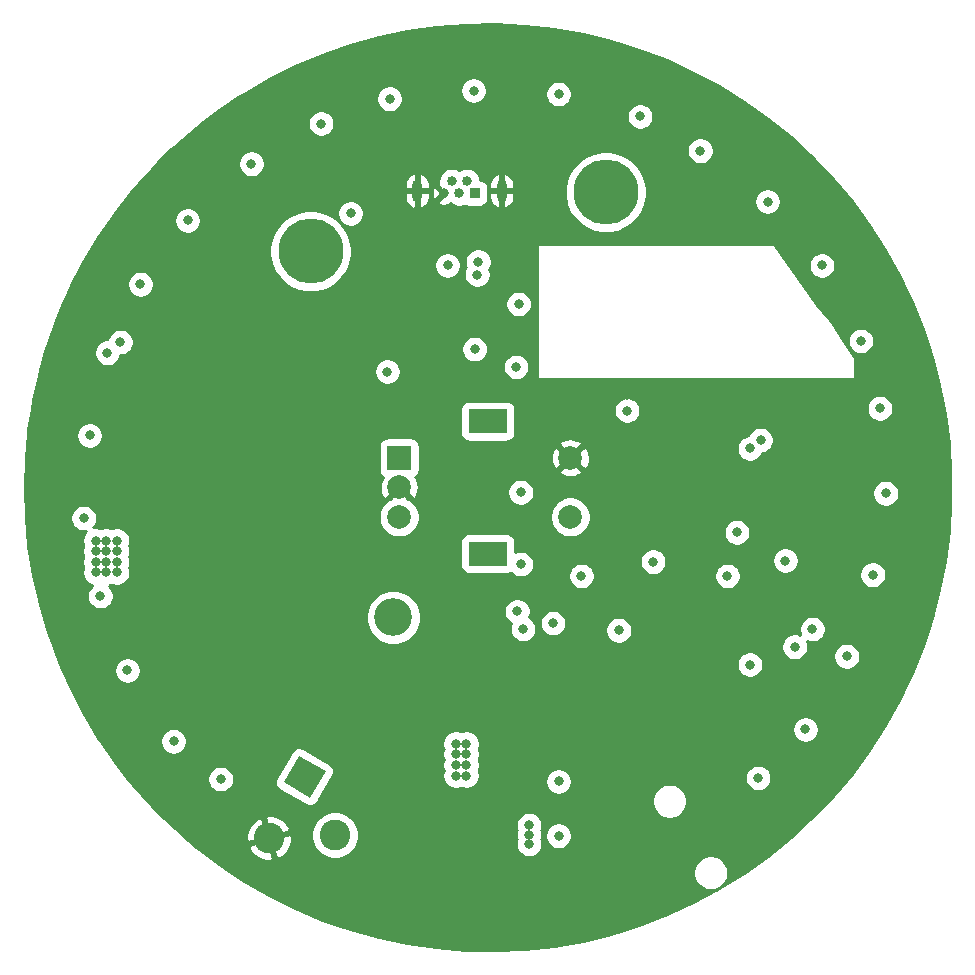
<source format=gbr>
%TF.GenerationSoftware,KiCad,Pcbnew,(5.1.9)-1*%
%TF.CreationDate,2021-08-28T01:46:01+02:00*%
%TF.ProjectId,nogasm,6e6f6761-736d-42e6-9b69-6361645f7063,rev?*%
%TF.SameCoordinates,Original*%
%TF.FileFunction,Copper,L2,Inr*%
%TF.FilePolarity,Positive*%
%FSLAX46Y46*%
G04 Gerber Fmt 4.6, Leading zero omitted, Abs format (unit mm)*
G04 Created by KiCad (PCBNEW (5.1.9)-1) date 2021-08-28 01:46:01*
%MOMM*%
%LPD*%
G01*
G04 APERTURE LIST*
%TA.AperFunction,ComponentPad*%
%ADD10O,0.850000X1.850000*%
%TD*%
%TA.AperFunction,ComponentPad*%
%ADD11C,0.840000*%
%TD*%
%TA.AperFunction,ComponentPad*%
%ADD12R,0.840000X0.840000*%
%TD*%
%TA.AperFunction,ComponentPad*%
%ADD13R,2.000000X2.000000*%
%TD*%
%TA.AperFunction,ComponentPad*%
%ADD14C,2.000000*%
%TD*%
%TA.AperFunction,ComponentPad*%
%ADD15R,3.200000X2.000000*%
%TD*%
%TA.AperFunction,ComponentPad*%
%ADD16C,2.600000*%
%TD*%
%TA.AperFunction,ComponentPad*%
%ADD17C,0.100000*%
%TD*%
%TA.AperFunction,ViaPad*%
%ADD18C,5.500000*%
%TD*%
%TA.AperFunction,ViaPad*%
%ADD19C,3.200000*%
%TD*%
%TA.AperFunction,ViaPad*%
%ADD20C,0.800000*%
%TD*%
%TA.AperFunction,Conductor*%
%ADD21C,0.254000*%
%TD*%
%TA.AperFunction,Conductor*%
%ADD22C,0.100000*%
%TD*%
G04 APERTURE END LIST*
D10*
%TO.N,GND*%
%TO.C,J3*%
X134025000Y-64880000D03*
X141175000Y-64880000D03*
D11*
X136300000Y-65100000D03*
%TO.N,Net-(J3-Pad4)*%
X136950000Y-64100000D03*
%TO.N,Net-(J3-Pad3)*%
X137600000Y-65100000D03*
%TO.N,Net-(J3-Pad2)*%
X138250000Y-64100000D03*
D12*
%TO.N,Net-(J3-Pad1)*%
X138900000Y-65100000D03*
%TD*%
D13*
%TO.N,/ENC_A*%
%TO.C,SW2*%
X132500000Y-87500000D03*
D14*
%TO.N,GND*%
X132500000Y-90000000D03*
%TO.N,/ENC_B*%
X132500000Y-92500000D03*
D15*
%TO.N,N/C*%
X140000000Y-84400000D03*
X140000000Y-95600000D03*
D14*
%TO.N,GND*%
X147000000Y-87500000D03*
%TO.N,/ENC_SW*%
X147000000Y-92500000D03*
%TD*%
D16*
%TO.N,N/C*%
%TO.C,J1*%
X127070319Y-119448076D03*
%TO.N,GND*%
X121500000Y-119696152D03*
%TA.AperFunction,ComponentPad*%
D17*
%TO.N,+12V*%
G36*
X122724167Y-114975833D02*
G01*
X124024167Y-112724167D01*
X126275833Y-114024167D01*
X124975833Y-116275833D01*
X122724167Y-114975833D01*
G37*
%TD.AperFunction*%
%TD*%
D18*
%TO.N,*%
X125000000Y-70000000D03*
D19*
X132000000Y-101000000D03*
D18*
X150000000Y-65000000D03*
D20*
%TO.N,GND*%
X112200000Y-90000000D03*
X112200000Y-87500000D03*
X112200000Y-84900000D03*
X119700000Y-103200000D03*
X119700000Y-101200000D03*
X133400000Y-105600000D03*
X133400000Y-107700000D03*
X135800000Y-109500000D03*
X131200000Y-109500000D03*
X135800000Y-104300000D03*
X131200000Y-104300000D03*
X117500000Y-104700000D03*
X122100000Y-104700000D03*
X122000000Y-99500000D03*
X117600000Y-99500000D03*
X157500000Y-91800000D03*
X157500000Y-87700000D03*
X157500000Y-89700000D03*
X159500000Y-89700000D03*
X155400000Y-89700000D03*
X155400000Y-91800000D03*
X159400000Y-91800000D03*
X159500000Y-87700000D03*
X155400000Y-87700000D03*
X168500000Y-114600000D03*
X172800000Y-108200000D03*
X175700000Y-101000000D03*
X178300000Y-94700000D03*
X178400000Y-86900000D03*
X176600000Y-79300000D03*
X173500000Y-72200000D03*
X169000000Y-65700000D03*
X163300000Y-60400000D03*
X156500000Y-56500000D03*
X149200000Y-53900000D03*
X143000000Y-51400000D03*
X135100000Y-52000000D03*
X127600000Y-53900000D03*
X120900000Y-57400000D03*
X114400000Y-62200000D03*
X109500000Y-68300000D03*
X105700000Y-75100000D03*
X103400000Y-82500000D03*
X101300000Y-88900000D03*
X102100000Y-96700000D03*
X104500000Y-104100000D03*
X108400000Y-110900000D03*
X113500000Y-116800000D03*
X122700000Y-81700000D03*
X151800000Y-82200000D03*
X165300000Y-82300000D03*
X152800000Y-98225000D03*
X156800000Y-106100000D03*
X159000000Y-107300000D03*
X151000000Y-123100000D03*
X152500000Y-123100000D03*
X150900000Y-121300000D03*
X150100000Y-121300000D03*
X141200000Y-103200000D03*
X147600000Y-100600000D03*
X127000000Y-92500000D03*
X127000000Y-87500000D03*
X140000000Y-104800000D03*
X112200000Y-82400000D03*
X144700000Y-108100000D03*
X145600000Y-108100000D03*
X146500000Y-108100000D03*
X147500000Y-108100000D03*
X144700000Y-112200000D03*
X145600000Y-112200000D03*
X146500000Y-112200000D03*
X147400000Y-112200000D03*
X140400000Y-67900000D03*
X145005865Y-81499992D03*
%TO.N,+3V3*%
X151800000Y-83500000D03*
X143500000Y-118600000D03*
X143500000Y-119400000D03*
X143500000Y-120200000D03*
X137300000Y-111700000D03*
X138200000Y-111700000D03*
X137300000Y-112600000D03*
X138200000Y-112600000D03*
X137300000Y-113500000D03*
X138200000Y-113500000D03*
X137300000Y-114400000D03*
X138200000Y-114400000D03*
X143000000Y-102000000D03*
X151100000Y-102100000D03*
X128400000Y-66800000D03*
X136600000Y-71200000D03*
X142625313Y-74474687D03*
%TO.N,+5V*%
X113400000Y-111500000D03*
X109500000Y-105500000D03*
X107200000Y-99200000D03*
X105800000Y-92600000D03*
X106300000Y-85600000D03*
X107800000Y-78600000D03*
X110600000Y-72800000D03*
X114600000Y-67400000D03*
X120000000Y-62600000D03*
X125900000Y-59200000D03*
X131700000Y-57100000D03*
X146000000Y-56700000D03*
X152900000Y-58600000D03*
X158000000Y-61500000D03*
X163700000Y-65800000D03*
X168300000Y-71200000D03*
X171600000Y-77600000D03*
X173200000Y-83300000D03*
X173700000Y-90500000D03*
X172600000Y-97400000D03*
X170400000Y-104300000D03*
X166900000Y-110500000D03*
X162900000Y-114600000D03*
X138800000Y-56400000D03*
X107700000Y-94500000D03*
X108600000Y-94500000D03*
X108600000Y-95400000D03*
X108600000Y-96300000D03*
X107700000Y-96300000D03*
X107700000Y-95400000D03*
X106800000Y-95400000D03*
X106800000Y-96300000D03*
X106800000Y-97200000D03*
X107700000Y-97200000D03*
X108600000Y-97200000D03*
X106800000Y-94500000D03*
X108900000Y-77700000D03*
X138900000Y-78300000D03*
%TO.N,/ENC_B*%
X147926998Y-97500000D03*
X160300000Y-97500000D03*
%TO.N,/LED*%
X117400000Y-114700000D03*
X165200000Y-96200000D03*
%TO.N,/LEDS/Data-Out*%
X162200000Y-105000000D03*
X142400000Y-79800000D03*
%TO.N,Net-(R1-Pad1)*%
X146000000Y-119500000D03*
X146000000Y-114900000D03*
%TO.N,/Motor*%
X166000000Y-103500000D03*
X167499962Y-102000000D03*
%TO.N,/ENC_SW*%
X154000000Y-96300000D03*
%TO.N,/PRESSURE*%
X142800000Y-96500000D03*
X142800000Y-90410000D03*
%TO.N,Net-(RV1-Pad2)*%
X142500000Y-100500000D03*
X145530002Y-101500000D03*
%TO.N,/IO0*%
X161100000Y-93800000D03*
X131500000Y-80200000D03*
%TO.N,/TX_ESP*%
X163100000Y-86000000D03*
X139112660Y-71987340D03*
%TO.N,/RX_ESP*%
X162200000Y-86700000D03*
X139200000Y-70900000D03*
%TD*%
D21*
%TO.N,GND*%
X143106440Y-50925286D02*
X145578457Y-51200979D01*
X148028012Y-51632902D01*
X150445241Y-52219315D01*
X152820410Y-52957858D01*
X155143956Y-53845556D01*
X157406523Y-54878836D01*
X159599000Y-56053536D01*
X161712559Y-57364927D01*
X163738689Y-58807727D01*
X165669231Y-60376128D01*
X167496413Y-62063814D01*
X169212876Y-63863989D01*
X170811709Y-65769404D01*
X172286475Y-67772387D01*
X173631234Y-69864874D01*
X174840572Y-72038437D01*
X175909619Y-74284325D01*
X176834071Y-76593494D01*
X177610206Y-78956647D01*
X178234897Y-81364268D01*
X178705630Y-83806661D01*
X179020508Y-86273993D01*
X179178265Y-88756328D01*
X179178265Y-91243672D01*
X179020508Y-93726007D01*
X178705630Y-96193339D01*
X178234897Y-98635732D01*
X177610206Y-101043353D01*
X176834071Y-103406506D01*
X175909619Y-105715675D01*
X174840572Y-107961563D01*
X173631234Y-110135126D01*
X172286475Y-112227613D01*
X170811709Y-114230596D01*
X169212876Y-116136011D01*
X167496413Y-117936186D01*
X165669231Y-119623872D01*
X163738689Y-121192273D01*
X161712559Y-122635073D01*
X159599000Y-123946464D01*
X157406523Y-125121164D01*
X155143956Y-126154444D01*
X152820410Y-127042142D01*
X150445241Y-127780685D01*
X148028012Y-128367098D01*
X145578457Y-128799021D01*
X143106440Y-129074714D01*
X140621914Y-129193066D01*
X138134884Y-129153602D01*
X135655364Y-128956480D01*
X133193339Y-128602494D01*
X130758721Y-128093070D01*
X128361315Y-127430258D01*
X126010774Y-126616728D01*
X123716562Y-125655755D01*
X121487918Y-124551209D01*
X119333816Y-123307537D01*
X118104715Y-122489799D01*
X157410500Y-122489799D01*
X157410500Y-122780743D01*
X157467260Y-123066096D01*
X157578599Y-123334893D01*
X157740239Y-123576804D01*
X157945967Y-123782532D01*
X158187878Y-123944172D01*
X158456675Y-124055511D01*
X158742028Y-124112271D01*
X159032972Y-124112271D01*
X159318325Y-124055511D01*
X159587122Y-123944172D01*
X159829033Y-123782532D01*
X160034761Y-123576804D01*
X160196401Y-123334893D01*
X160307740Y-123066096D01*
X160364500Y-122780743D01*
X160364500Y-122489799D01*
X160307740Y-122204446D01*
X160196401Y-121935649D01*
X160034761Y-121693738D01*
X159829033Y-121488010D01*
X159587122Y-121326370D01*
X159318325Y-121215031D01*
X159032972Y-121158271D01*
X158742028Y-121158271D01*
X158456675Y-121215031D01*
X158187878Y-121326370D01*
X157945967Y-121488010D01*
X157740239Y-121693738D01*
X157578599Y-121935649D01*
X157467260Y-122204446D01*
X157410500Y-122489799D01*
X118104715Y-122489799D01*
X117262929Y-121929748D01*
X115517405Y-120601327D01*
X119779184Y-120601327D01*
X119988840Y-120919649D01*
X120256569Y-121190952D01*
X120572081Y-121404811D01*
X120923254Y-121553008D01*
X121296591Y-121629846D01*
X121576503Y-121639010D01*
X121838308Y-121449424D01*
X121410197Y-119851695D01*
X119812468Y-120279805D01*
X119779184Y-120601327D01*
X115517405Y-120601327D01*
X115283597Y-120423389D01*
X114532610Y-119772655D01*
X119557142Y-119772655D01*
X119746728Y-120034460D01*
X120674159Y-119785955D01*
X121655543Y-119785955D01*
X122083653Y-121383684D01*
X122405175Y-121416968D01*
X122723497Y-121207312D01*
X122994800Y-120939583D01*
X123208659Y-120624071D01*
X123356856Y-120272898D01*
X123433694Y-119899561D01*
X123442858Y-119619649D01*
X123253272Y-119357844D01*
X121655543Y-119785955D01*
X120674159Y-119785955D01*
X121344457Y-119606349D01*
X120916347Y-118008620D01*
X120594825Y-117975336D01*
X120276503Y-118184992D01*
X120005200Y-118452721D01*
X119791341Y-118768233D01*
X119643144Y-119119406D01*
X119566306Y-119492743D01*
X119557142Y-119772655D01*
X114532610Y-119772655D01*
X113403788Y-118794526D01*
X112538522Y-117942880D01*
X121161692Y-117942880D01*
X121589803Y-119540609D01*
X122680215Y-119248434D01*
X125043319Y-119248434D01*
X125043319Y-119647718D01*
X125121215Y-120039330D01*
X125274015Y-120408221D01*
X125495845Y-120740213D01*
X125778182Y-121022550D01*
X126110174Y-121244380D01*
X126479065Y-121397180D01*
X126870677Y-121475076D01*
X127269961Y-121475076D01*
X127661573Y-121397180D01*
X128030464Y-121244380D01*
X128362456Y-121022550D01*
X128644793Y-120740213D01*
X128866623Y-120408221D01*
X129019423Y-120039330D01*
X129097319Y-119647718D01*
X129097319Y-119248434D01*
X129019423Y-118856822D01*
X128867066Y-118489000D01*
X142373000Y-118489000D01*
X142373000Y-118711000D01*
X142416310Y-118928734D01*
X142445829Y-119000000D01*
X142416310Y-119071266D01*
X142373000Y-119289000D01*
X142373000Y-119511000D01*
X142416310Y-119728734D01*
X142445829Y-119800000D01*
X142416310Y-119871266D01*
X142373000Y-120089000D01*
X142373000Y-120311000D01*
X142416310Y-120528734D01*
X142501266Y-120733835D01*
X142624602Y-120918421D01*
X142781579Y-121075398D01*
X142966165Y-121198734D01*
X143171266Y-121283690D01*
X143389000Y-121327000D01*
X143611000Y-121327000D01*
X143828734Y-121283690D01*
X144033835Y-121198734D01*
X144218421Y-121075398D01*
X144375398Y-120918421D01*
X144498734Y-120733835D01*
X144583690Y-120528734D01*
X144627000Y-120311000D01*
X144627000Y-120089000D01*
X144583690Y-119871266D01*
X144554171Y-119800000D01*
X144583690Y-119728734D01*
X144627000Y-119511000D01*
X144627000Y-119389000D01*
X144873000Y-119389000D01*
X144873000Y-119611000D01*
X144916310Y-119828734D01*
X145001266Y-120033835D01*
X145124602Y-120218421D01*
X145281579Y-120375398D01*
X145466165Y-120498734D01*
X145671266Y-120583690D01*
X145889000Y-120627000D01*
X146111000Y-120627000D01*
X146328734Y-120583690D01*
X146533835Y-120498734D01*
X146718421Y-120375398D01*
X146875398Y-120218421D01*
X146998734Y-120033835D01*
X147083690Y-119828734D01*
X147127000Y-119611000D01*
X147127000Y-119389000D01*
X147083690Y-119171266D01*
X146998734Y-118966165D01*
X146875398Y-118781579D01*
X146718421Y-118624602D01*
X146533835Y-118501266D01*
X146328734Y-118416310D01*
X146111000Y-118373000D01*
X145889000Y-118373000D01*
X145671266Y-118416310D01*
X145466165Y-118501266D01*
X145281579Y-118624602D01*
X145124602Y-118781579D01*
X145001266Y-118966165D01*
X144916310Y-119171266D01*
X144873000Y-119389000D01*
X144627000Y-119389000D01*
X144627000Y-119289000D01*
X144583690Y-119071266D01*
X144554171Y-119000000D01*
X144583690Y-118928734D01*
X144627000Y-118711000D01*
X144627000Y-118489000D01*
X144583690Y-118271266D01*
X144498734Y-118066165D01*
X144375398Y-117881579D01*
X144218421Y-117724602D01*
X144033835Y-117601266D01*
X143828734Y-117516310D01*
X143611000Y-117473000D01*
X143389000Y-117473000D01*
X143171266Y-117516310D01*
X142966165Y-117601266D01*
X142781579Y-117724602D01*
X142624602Y-117881579D01*
X142501266Y-118066165D01*
X142416310Y-118271266D01*
X142373000Y-118489000D01*
X128867066Y-118489000D01*
X128866623Y-118487931D01*
X128644793Y-118155939D01*
X128362456Y-117873602D01*
X128030464Y-117651772D01*
X127661573Y-117498972D01*
X127269961Y-117421076D01*
X126870677Y-117421076D01*
X126479065Y-117498972D01*
X126110174Y-117651772D01*
X125778182Y-117873602D01*
X125495845Y-118155939D01*
X125274015Y-118487931D01*
X125121215Y-118856822D01*
X125043319Y-119248434D01*
X122680215Y-119248434D01*
X123187532Y-119112499D01*
X123220816Y-118790977D01*
X123011160Y-118472655D01*
X122743431Y-118201352D01*
X122427919Y-117987493D01*
X122076746Y-117839296D01*
X121703409Y-117762458D01*
X121423497Y-117753294D01*
X121161692Y-117942880D01*
X112538522Y-117942880D01*
X111631073Y-117049717D01*
X109972590Y-115195989D01*
X109495249Y-114589000D01*
X116273000Y-114589000D01*
X116273000Y-114811000D01*
X116316310Y-115028734D01*
X116401266Y-115233835D01*
X116524602Y-115418421D01*
X116681579Y-115575398D01*
X116866165Y-115698734D01*
X117071266Y-115783690D01*
X117289000Y-115827000D01*
X117511000Y-115827000D01*
X117728734Y-115783690D01*
X117933835Y-115698734D01*
X118118421Y-115575398D01*
X118275398Y-115418421D01*
X118398734Y-115233835D01*
X118483690Y-115028734D01*
X118484709Y-115023611D01*
X121995214Y-115023611D01*
X122018542Y-115164905D01*
X122068986Y-115298932D01*
X122144609Y-115420544D01*
X122242504Y-115525065D01*
X122358908Y-115608479D01*
X124610574Y-116908479D01*
X124741016Y-116967582D01*
X124880481Y-117000100D01*
X125023611Y-117004786D01*
X125164905Y-116981458D01*
X125298932Y-116931014D01*
X125420544Y-116855391D01*
X125525065Y-116757496D01*
X125608479Y-116641092D01*
X125731726Y-116427621D01*
X153910500Y-116427621D01*
X153910500Y-116718565D01*
X153967260Y-117003918D01*
X154078599Y-117272715D01*
X154240239Y-117514626D01*
X154445967Y-117720354D01*
X154687878Y-117881994D01*
X154956675Y-117993333D01*
X155242028Y-118050093D01*
X155532972Y-118050093D01*
X155818325Y-117993333D01*
X156087122Y-117881994D01*
X156329033Y-117720354D01*
X156534761Y-117514626D01*
X156696401Y-117272715D01*
X156807740Y-117003918D01*
X156864500Y-116718565D01*
X156864500Y-116427621D01*
X156807740Y-116142268D01*
X156696401Y-115873471D01*
X156534761Y-115631560D01*
X156329033Y-115425832D01*
X156087122Y-115264192D01*
X155818325Y-115152853D01*
X155532972Y-115096093D01*
X155242028Y-115096093D01*
X154956675Y-115152853D01*
X154687878Y-115264192D01*
X154445967Y-115425832D01*
X154240239Y-115631560D01*
X154078599Y-115873471D01*
X153967260Y-116142268D01*
X153910500Y-116427621D01*
X125731726Y-116427621D01*
X126908479Y-114389426D01*
X126967582Y-114258984D01*
X127000100Y-114119519D01*
X127004786Y-113976389D01*
X126981458Y-113835095D01*
X126931014Y-113701068D01*
X126855391Y-113579456D01*
X126757496Y-113474935D01*
X126641092Y-113391521D01*
X124389426Y-112091521D01*
X124258984Y-112032418D01*
X124119519Y-111999900D01*
X123976389Y-111995214D01*
X123835095Y-112018542D01*
X123701068Y-112068986D01*
X123579456Y-112144609D01*
X123474935Y-112242504D01*
X123391521Y-112358908D01*
X122091521Y-114610574D01*
X122032418Y-114741016D01*
X121999900Y-114880481D01*
X121995214Y-115023611D01*
X118484709Y-115023611D01*
X118527000Y-114811000D01*
X118527000Y-114589000D01*
X118483690Y-114371266D01*
X118398734Y-114166165D01*
X118275398Y-113981579D01*
X118118421Y-113824602D01*
X117933835Y-113701266D01*
X117728734Y-113616310D01*
X117511000Y-113573000D01*
X117289000Y-113573000D01*
X117071266Y-113616310D01*
X116866165Y-113701266D01*
X116681579Y-113824602D01*
X116524602Y-113981579D01*
X116401266Y-114166165D01*
X116316310Y-114371266D01*
X116273000Y-114589000D01*
X109495249Y-114589000D01*
X108435016Y-113240805D01*
X107160142Y-111389000D01*
X112273000Y-111389000D01*
X112273000Y-111611000D01*
X112316310Y-111828734D01*
X112401266Y-112033835D01*
X112524602Y-112218421D01*
X112681579Y-112375398D01*
X112866165Y-112498734D01*
X113071266Y-112583690D01*
X113289000Y-112627000D01*
X113511000Y-112627000D01*
X113728734Y-112583690D01*
X113933835Y-112498734D01*
X114118421Y-112375398D01*
X114275398Y-112218421D01*
X114398734Y-112033835D01*
X114483690Y-111828734D01*
X114527000Y-111611000D01*
X114527000Y-111589000D01*
X136173000Y-111589000D01*
X136173000Y-111811000D01*
X136216310Y-112028734D01*
X136266540Y-112150000D01*
X136216310Y-112271266D01*
X136173000Y-112489000D01*
X136173000Y-112711000D01*
X136216310Y-112928734D01*
X136266540Y-113050000D01*
X136216310Y-113171266D01*
X136173000Y-113389000D01*
X136173000Y-113611000D01*
X136216310Y-113828734D01*
X136266540Y-113950000D01*
X136216310Y-114071266D01*
X136173000Y-114289000D01*
X136173000Y-114511000D01*
X136216310Y-114728734D01*
X136301266Y-114933835D01*
X136424602Y-115118421D01*
X136581579Y-115275398D01*
X136766165Y-115398734D01*
X136971266Y-115483690D01*
X137189000Y-115527000D01*
X137411000Y-115527000D01*
X137628734Y-115483690D01*
X137750000Y-115433460D01*
X137871266Y-115483690D01*
X138089000Y-115527000D01*
X138311000Y-115527000D01*
X138528734Y-115483690D01*
X138733835Y-115398734D01*
X138918421Y-115275398D01*
X139075398Y-115118421D01*
X139198734Y-114933835D01*
X139258726Y-114789000D01*
X144873000Y-114789000D01*
X144873000Y-115011000D01*
X144916310Y-115228734D01*
X145001266Y-115433835D01*
X145124602Y-115618421D01*
X145281579Y-115775398D01*
X145466165Y-115898734D01*
X145671266Y-115983690D01*
X145889000Y-116027000D01*
X146111000Y-116027000D01*
X146328734Y-115983690D01*
X146533835Y-115898734D01*
X146718421Y-115775398D01*
X146875398Y-115618421D01*
X146998734Y-115433835D01*
X147083690Y-115228734D01*
X147127000Y-115011000D01*
X147127000Y-114789000D01*
X147083690Y-114571266D01*
X147049615Y-114489000D01*
X161773000Y-114489000D01*
X161773000Y-114711000D01*
X161816310Y-114928734D01*
X161901266Y-115133835D01*
X162024602Y-115318421D01*
X162181579Y-115475398D01*
X162366165Y-115598734D01*
X162571266Y-115683690D01*
X162789000Y-115727000D01*
X163011000Y-115727000D01*
X163228734Y-115683690D01*
X163433835Y-115598734D01*
X163618421Y-115475398D01*
X163775398Y-115318421D01*
X163898734Y-115133835D01*
X163983690Y-114928734D01*
X164027000Y-114711000D01*
X164027000Y-114489000D01*
X163983690Y-114271266D01*
X163898734Y-114066165D01*
X163775398Y-113881579D01*
X163618421Y-113724602D01*
X163433835Y-113601266D01*
X163228734Y-113516310D01*
X163011000Y-113473000D01*
X162789000Y-113473000D01*
X162571266Y-113516310D01*
X162366165Y-113601266D01*
X162181579Y-113724602D01*
X162024602Y-113881579D01*
X161901266Y-114066165D01*
X161816310Y-114271266D01*
X161773000Y-114489000D01*
X147049615Y-114489000D01*
X146998734Y-114366165D01*
X146875398Y-114181579D01*
X146718421Y-114024602D01*
X146533835Y-113901266D01*
X146328734Y-113816310D01*
X146111000Y-113773000D01*
X145889000Y-113773000D01*
X145671266Y-113816310D01*
X145466165Y-113901266D01*
X145281579Y-114024602D01*
X145124602Y-114181579D01*
X145001266Y-114366165D01*
X144916310Y-114571266D01*
X144873000Y-114789000D01*
X139258726Y-114789000D01*
X139283690Y-114728734D01*
X139327000Y-114511000D01*
X139327000Y-114289000D01*
X139283690Y-114071266D01*
X139233460Y-113950000D01*
X139283690Y-113828734D01*
X139327000Y-113611000D01*
X139327000Y-113389000D01*
X139283690Y-113171266D01*
X139233460Y-113050000D01*
X139283690Y-112928734D01*
X139327000Y-112711000D01*
X139327000Y-112489000D01*
X139283690Y-112271266D01*
X139233460Y-112150000D01*
X139283690Y-112028734D01*
X139327000Y-111811000D01*
X139327000Y-111589000D01*
X139283690Y-111371266D01*
X139198734Y-111166165D01*
X139075398Y-110981579D01*
X138918421Y-110824602D01*
X138733835Y-110701266D01*
X138528734Y-110616310D01*
X138311000Y-110573000D01*
X138089000Y-110573000D01*
X137871266Y-110616310D01*
X137750000Y-110666540D01*
X137628734Y-110616310D01*
X137411000Y-110573000D01*
X137189000Y-110573000D01*
X136971266Y-110616310D01*
X136766165Y-110701266D01*
X136581579Y-110824602D01*
X136424602Y-110981579D01*
X136301266Y-111166165D01*
X136216310Y-111371266D01*
X136173000Y-111589000D01*
X114527000Y-111589000D01*
X114527000Y-111389000D01*
X114483690Y-111171266D01*
X114398734Y-110966165D01*
X114275398Y-110781579D01*
X114118421Y-110624602D01*
X113933835Y-110501266D01*
X113728734Y-110416310D01*
X113591438Y-110389000D01*
X165773000Y-110389000D01*
X165773000Y-110611000D01*
X165816310Y-110828734D01*
X165901266Y-111033835D01*
X166024602Y-111218421D01*
X166181579Y-111375398D01*
X166366165Y-111498734D01*
X166571266Y-111583690D01*
X166789000Y-111627000D01*
X167011000Y-111627000D01*
X167228734Y-111583690D01*
X167433835Y-111498734D01*
X167618421Y-111375398D01*
X167775398Y-111218421D01*
X167898734Y-111033835D01*
X167983690Y-110828734D01*
X168027000Y-110611000D01*
X168027000Y-110389000D01*
X167983690Y-110171266D01*
X167898734Y-109966165D01*
X167775398Y-109781579D01*
X167618421Y-109624602D01*
X167433835Y-109501266D01*
X167228734Y-109416310D01*
X167011000Y-109373000D01*
X166789000Y-109373000D01*
X166571266Y-109416310D01*
X166366165Y-109501266D01*
X166181579Y-109624602D01*
X166024602Y-109781579D01*
X165901266Y-109966165D01*
X165816310Y-110171266D01*
X165773000Y-110389000D01*
X113591438Y-110389000D01*
X113511000Y-110373000D01*
X113289000Y-110373000D01*
X113071266Y-110416310D01*
X112866165Y-110501266D01*
X112681579Y-110624602D01*
X112524602Y-110781579D01*
X112401266Y-110966165D01*
X112316310Y-111171266D01*
X112273000Y-111389000D01*
X107160142Y-111389000D01*
X107024544Y-111192039D01*
X105746852Y-109057940D01*
X104607086Y-106847101D01*
X103968955Y-105389000D01*
X108373000Y-105389000D01*
X108373000Y-105611000D01*
X108416310Y-105828734D01*
X108501266Y-106033835D01*
X108624602Y-106218421D01*
X108781579Y-106375398D01*
X108966165Y-106498734D01*
X109171266Y-106583690D01*
X109389000Y-106627000D01*
X109611000Y-106627000D01*
X109828734Y-106583690D01*
X110033835Y-106498734D01*
X110218421Y-106375398D01*
X110375398Y-106218421D01*
X110498734Y-106033835D01*
X110583690Y-105828734D01*
X110627000Y-105611000D01*
X110627000Y-105389000D01*
X110583690Y-105171266D01*
X110498734Y-104966165D01*
X110447175Y-104889000D01*
X161073000Y-104889000D01*
X161073000Y-105111000D01*
X161116310Y-105328734D01*
X161201266Y-105533835D01*
X161324602Y-105718421D01*
X161481579Y-105875398D01*
X161666165Y-105998734D01*
X161871266Y-106083690D01*
X162089000Y-106127000D01*
X162311000Y-106127000D01*
X162528734Y-106083690D01*
X162733835Y-105998734D01*
X162918421Y-105875398D01*
X163075398Y-105718421D01*
X163198734Y-105533835D01*
X163283690Y-105328734D01*
X163327000Y-105111000D01*
X163327000Y-104889000D01*
X163283690Y-104671266D01*
X163198734Y-104466165D01*
X163075398Y-104281579D01*
X162918421Y-104124602D01*
X162733835Y-104001266D01*
X162528734Y-103916310D01*
X162311000Y-103873000D01*
X162089000Y-103873000D01*
X161871266Y-103916310D01*
X161666165Y-104001266D01*
X161481579Y-104124602D01*
X161324602Y-104281579D01*
X161201266Y-104466165D01*
X161116310Y-104671266D01*
X161073000Y-104889000D01*
X110447175Y-104889000D01*
X110375398Y-104781579D01*
X110218421Y-104624602D01*
X110033835Y-104501266D01*
X109828734Y-104416310D01*
X109611000Y-104373000D01*
X109389000Y-104373000D01*
X109171266Y-104416310D01*
X108966165Y-104501266D01*
X108781579Y-104624602D01*
X108624602Y-104781579D01*
X108501266Y-104966165D01*
X108416310Y-105171266D01*
X108373000Y-105389000D01*
X103968955Y-105389000D01*
X103609834Y-104568425D01*
X103180559Y-103389000D01*
X164873000Y-103389000D01*
X164873000Y-103611000D01*
X164916310Y-103828734D01*
X165001266Y-104033835D01*
X165124602Y-104218421D01*
X165281579Y-104375398D01*
X165466165Y-104498734D01*
X165671266Y-104583690D01*
X165889000Y-104627000D01*
X166111000Y-104627000D01*
X166328734Y-104583690D01*
X166533835Y-104498734D01*
X166718421Y-104375398D01*
X166875398Y-104218421D01*
X166895056Y-104189000D01*
X169273000Y-104189000D01*
X169273000Y-104411000D01*
X169316310Y-104628734D01*
X169401266Y-104833835D01*
X169524602Y-105018421D01*
X169681579Y-105175398D01*
X169866165Y-105298734D01*
X170071266Y-105383690D01*
X170289000Y-105427000D01*
X170511000Y-105427000D01*
X170728734Y-105383690D01*
X170933835Y-105298734D01*
X171118421Y-105175398D01*
X171275398Y-105018421D01*
X171398734Y-104833835D01*
X171483690Y-104628734D01*
X171527000Y-104411000D01*
X171527000Y-104189000D01*
X171483690Y-103971266D01*
X171398734Y-103766165D01*
X171275398Y-103581579D01*
X171118421Y-103424602D01*
X170933835Y-103301266D01*
X170728734Y-103216310D01*
X170511000Y-103173000D01*
X170289000Y-103173000D01*
X170071266Y-103216310D01*
X169866165Y-103301266D01*
X169681579Y-103424602D01*
X169524602Y-103581579D01*
X169401266Y-103766165D01*
X169316310Y-103971266D01*
X169273000Y-104189000D01*
X166895056Y-104189000D01*
X166998734Y-104033835D01*
X167083690Y-103828734D01*
X167127000Y-103611000D01*
X167127000Y-103389000D01*
X167083690Y-103171266D01*
X167021772Y-103021783D01*
X167171228Y-103083690D01*
X167388962Y-103127000D01*
X167610962Y-103127000D01*
X167828696Y-103083690D01*
X168033797Y-102998734D01*
X168218383Y-102875398D01*
X168375360Y-102718421D01*
X168498696Y-102533835D01*
X168583652Y-102328734D01*
X168626962Y-102111000D01*
X168626962Y-101889000D01*
X168583652Y-101671266D01*
X168498696Y-101466165D01*
X168375360Y-101281579D01*
X168218383Y-101124602D01*
X168033797Y-101001266D01*
X167828696Y-100916310D01*
X167610962Y-100873000D01*
X167388962Y-100873000D01*
X167171228Y-100916310D01*
X166966127Y-101001266D01*
X166781541Y-101124602D01*
X166624564Y-101281579D01*
X166501228Y-101466165D01*
X166416272Y-101671266D01*
X166372962Y-101889000D01*
X166372962Y-102111000D01*
X166416272Y-102328734D01*
X166478190Y-102478217D01*
X166328734Y-102416310D01*
X166111000Y-102373000D01*
X165889000Y-102373000D01*
X165671266Y-102416310D01*
X165466165Y-102501266D01*
X165281579Y-102624602D01*
X165124602Y-102781579D01*
X165001266Y-102966165D01*
X164916310Y-103171266D01*
X164873000Y-103389000D01*
X103180559Y-103389000D01*
X102759112Y-102231087D01*
X102330337Y-100770811D01*
X129673000Y-100770811D01*
X129673000Y-101229189D01*
X129762426Y-101678761D01*
X129937840Y-102102248D01*
X130192501Y-102483376D01*
X130516624Y-102807499D01*
X130897752Y-103062160D01*
X131321239Y-103237574D01*
X131770811Y-103327000D01*
X132229189Y-103327000D01*
X132678761Y-103237574D01*
X133102248Y-103062160D01*
X133483376Y-102807499D01*
X133807499Y-102483376D01*
X134062160Y-102102248D01*
X134237574Y-101678761D01*
X134327000Y-101229189D01*
X134327000Y-100770811D01*
X134251053Y-100389000D01*
X141373000Y-100389000D01*
X141373000Y-100611000D01*
X141416310Y-100828734D01*
X141501266Y-101033835D01*
X141624602Y-101218421D01*
X141781579Y-101375398D01*
X141966165Y-101498734D01*
X141984611Y-101506374D01*
X141916310Y-101671266D01*
X141873000Y-101889000D01*
X141873000Y-102111000D01*
X141916310Y-102328734D01*
X142001266Y-102533835D01*
X142124602Y-102718421D01*
X142281579Y-102875398D01*
X142466165Y-102998734D01*
X142671266Y-103083690D01*
X142889000Y-103127000D01*
X143111000Y-103127000D01*
X143328734Y-103083690D01*
X143533835Y-102998734D01*
X143718421Y-102875398D01*
X143875398Y-102718421D01*
X143998734Y-102533835D01*
X144083690Y-102328734D01*
X144127000Y-102111000D01*
X144127000Y-101889000D01*
X144083690Y-101671266D01*
X143998734Y-101466165D01*
X143947175Y-101389000D01*
X144403002Y-101389000D01*
X144403002Y-101611000D01*
X144446312Y-101828734D01*
X144531268Y-102033835D01*
X144654604Y-102218421D01*
X144811581Y-102375398D01*
X144996167Y-102498734D01*
X145201268Y-102583690D01*
X145419002Y-102627000D01*
X145641002Y-102627000D01*
X145858736Y-102583690D01*
X146063837Y-102498734D01*
X146248423Y-102375398D01*
X146405400Y-102218421D01*
X146528736Y-102033835D01*
X146547307Y-101989000D01*
X149973000Y-101989000D01*
X149973000Y-102211000D01*
X150016310Y-102428734D01*
X150101266Y-102633835D01*
X150224602Y-102818421D01*
X150381579Y-102975398D01*
X150566165Y-103098734D01*
X150771266Y-103183690D01*
X150989000Y-103227000D01*
X151211000Y-103227000D01*
X151428734Y-103183690D01*
X151633835Y-103098734D01*
X151818421Y-102975398D01*
X151975398Y-102818421D01*
X152098734Y-102633835D01*
X152183690Y-102428734D01*
X152227000Y-102211000D01*
X152227000Y-101989000D01*
X152183690Y-101771266D01*
X152098734Y-101566165D01*
X151975398Y-101381579D01*
X151818421Y-101224602D01*
X151633835Y-101101266D01*
X151428734Y-101016310D01*
X151211000Y-100973000D01*
X150989000Y-100973000D01*
X150771266Y-101016310D01*
X150566165Y-101101266D01*
X150381579Y-101224602D01*
X150224602Y-101381579D01*
X150101266Y-101566165D01*
X150016310Y-101771266D01*
X149973000Y-101989000D01*
X146547307Y-101989000D01*
X146613692Y-101828734D01*
X146657002Y-101611000D01*
X146657002Y-101389000D01*
X146613692Y-101171266D01*
X146528736Y-100966165D01*
X146405400Y-100781579D01*
X146248423Y-100624602D01*
X146063837Y-100501266D01*
X145858736Y-100416310D01*
X145641002Y-100373000D01*
X145419002Y-100373000D01*
X145201268Y-100416310D01*
X144996167Y-100501266D01*
X144811581Y-100624602D01*
X144654604Y-100781579D01*
X144531268Y-100966165D01*
X144446312Y-101171266D01*
X144403002Y-101389000D01*
X143947175Y-101389000D01*
X143875398Y-101281579D01*
X143718421Y-101124602D01*
X143533835Y-101001266D01*
X143515389Y-100993626D01*
X143583690Y-100828734D01*
X143627000Y-100611000D01*
X143627000Y-100389000D01*
X143583690Y-100171266D01*
X143498734Y-99966165D01*
X143375398Y-99781579D01*
X143218421Y-99624602D01*
X143033835Y-99501266D01*
X142828734Y-99416310D01*
X142611000Y-99373000D01*
X142389000Y-99373000D01*
X142171266Y-99416310D01*
X141966165Y-99501266D01*
X141781579Y-99624602D01*
X141624602Y-99781579D01*
X141501266Y-99966165D01*
X141416310Y-100171266D01*
X141373000Y-100389000D01*
X134251053Y-100389000D01*
X134237574Y-100321239D01*
X134062160Y-99897752D01*
X133807499Y-99516624D01*
X133483376Y-99192501D01*
X133102248Y-98937840D01*
X132678761Y-98762426D01*
X132229189Y-98673000D01*
X131770811Y-98673000D01*
X131321239Y-98762426D01*
X130897752Y-98937840D01*
X130516624Y-99192501D01*
X130192501Y-99516624D01*
X129937840Y-99897752D01*
X129762426Y-100321239D01*
X129673000Y-100770811D01*
X102330337Y-100770811D01*
X102058347Y-99844499D01*
X101510359Y-97418270D01*
X101117355Y-94962171D01*
X100881196Y-92489000D01*
X104673000Y-92489000D01*
X104673000Y-92711000D01*
X104716310Y-92928734D01*
X104801266Y-93133835D01*
X104924602Y-93318421D01*
X105081579Y-93475398D01*
X105266165Y-93598734D01*
X105471266Y-93683690D01*
X105689000Y-93727000D01*
X105911000Y-93727000D01*
X105996111Y-93710070D01*
X105924602Y-93781579D01*
X105801266Y-93966165D01*
X105716310Y-94171266D01*
X105673000Y-94389000D01*
X105673000Y-94611000D01*
X105716310Y-94828734D01*
X105766540Y-94950000D01*
X105716310Y-95071266D01*
X105673000Y-95289000D01*
X105673000Y-95511000D01*
X105716310Y-95728734D01*
X105766540Y-95850000D01*
X105716310Y-95971266D01*
X105673000Y-96189000D01*
X105673000Y-96411000D01*
X105716310Y-96628734D01*
X105766540Y-96750000D01*
X105716310Y-96871266D01*
X105673000Y-97089000D01*
X105673000Y-97311000D01*
X105716310Y-97528734D01*
X105801266Y-97733835D01*
X105924602Y-97918421D01*
X106081579Y-98075398D01*
X106266165Y-98198734D01*
X106471266Y-98283690D01*
X106526396Y-98294656D01*
X106481579Y-98324602D01*
X106324602Y-98481579D01*
X106201266Y-98666165D01*
X106116310Y-98871266D01*
X106073000Y-99089000D01*
X106073000Y-99311000D01*
X106116310Y-99528734D01*
X106201266Y-99733835D01*
X106324602Y-99918421D01*
X106481579Y-100075398D01*
X106666165Y-100198734D01*
X106871266Y-100283690D01*
X107089000Y-100327000D01*
X107311000Y-100327000D01*
X107528734Y-100283690D01*
X107733835Y-100198734D01*
X107918421Y-100075398D01*
X108075398Y-99918421D01*
X108198734Y-99733835D01*
X108283690Y-99528734D01*
X108327000Y-99311000D01*
X108327000Y-99089000D01*
X108283690Y-98871266D01*
X108198734Y-98666165D01*
X108075398Y-98481579D01*
X107918421Y-98324602D01*
X107896544Y-98309984D01*
X108028734Y-98283690D01*
X108150000Y-98233460D01*
X108271266Y-98283690D01*
X108489000Y-98327000D01*
X108711000Y-98327000D01*
X108928734Y-98283690D01*
X109133835Y-98198734D01*
X109318421Y-98075398D01*
X109475398Y-97918421D01*
X109598734Y-97733835D01*
X109683690Y-97528734D01*
X109727000Y-97311000D01*
X109727000Y-97089000D01*
X109683690Y-96871266D01*
X109633460Y-96750000D01*
X109683690Y-96628734D01*
X109727000Y-96411000D01*
X109727000Y-96189000D01*
X109683690Y-95971266D01*
X109633460Y-95850000D01*
X109683690Y-95728734D01*
X109727000Y-95511000D01*
X109727000Y-95289000D01*
X109683690Y-95071266D01*
X109633460Y-94950000D01*
X109683690Y-94828734D01*
X109727000Y-94611000D01*
X109727000Y-94600000D01*
X137669483Y-94600000D01*
X137669483Y-96600000D01*
X137683520Y-96742517D01*
X137725090Y-96879557D01*
X137792597Y-97005853D01*
X137883446Y-97116554D01*
X137994147Y-97207403D01*
X138120443Y-97274910D01*
X138257483Y-97316480D01*
X138400000Y-97330517D01*
X141600000Y-97330517D01*
X141742517Y-97316480D01*
X141879557Y-97274910D01*
X141945724Y-97239543D01*
X142081579Y-97375398D01*
X142266165Y-97498734D01*
X142471266Y-97583690D01*
X142689000Y-97627000D01*
X142911000Y-97627000D01*
X143128734Y-97583690D01*
X143333835Y-97498734D01*
X143498064Y-97389000D01*
X146799998Y-97389000D01*
X146799998Y-97611000D01*
X146843308Y-97828734D01*
X146928264Y-98033835D01*
X147051600Y-98218421D01*
X147208577Y-98375398D01*
X147393163Y-98498734D01*
X147598264Y-98583690D01*
X147815998Y-98627000D01*
X148037998Y-98627000D01*
X148255732Y-98583690D01*
X148460833Y-98498734D01*
X148645419Y-98375398D01*
X148802396Y-98218421D01*
X148925732Y-98033835D01*
X149010688Y-97828734D01*
X149053998Y-97611000D01*
X149053998Y-97389000D01*
X149010688Y-97171266D01*
X148925732Y-96966165D01*
X148802396Y-96781579D01*
X148645419Y-96624602D01*
X148460833Y-96501266D01*
X148255732Y-96416310D01*
X148037998Y-96373000D01*
X147815998Y-96373000D01*
X147598264Y-96416310D01*
X147393163Y-96501266D01*
X147208577Y-96624602D01*
X147051600Y-96781579D01*
X146928264Y-96966165D01*
X146843308Y-97171266D01*
X146799998Y-97389000D01*
X143498064Y-97389000D01*
X143518421Y-97375398D01*
X143675398Y-97218421D01*
X143798734Y-97033835D01*
X143883690Y-96828734D01*
X143927000Y-96611000D01*
X143927000Y-96389000D01*
X143887218Y-96189000D01*
X152873000Y-96189000D01*
X152873000Y-96411000D01*
X152916310Y-96628734D01*
X153001266Y-96833835D01*
X153124602Y-97018421D01*
X153281579Y-97175398D01*
X153466165Y-97298734D01*
X153671266Y-97383690D01*
X153889000Y-97427000D01*
X154111000Y-97427000D01*
X154302038Y-97389000D01*
X159173000Y-97389000D01*
X159173000Y-97611000D01*
X159216310Y-97828734D01*
X159301266Y-98033835D01*
X159424602Y-98218421D01*
X159581579Y-98375398D01*
X159766165Y-98498734D01*
X159971266Y-98583690D01*
X160189000Y-98627000D01*
X160411000Y-98627000D01*
X160628734Y-98583690D01*
X160833835Y-98498734D01*
X161018421Y-98375398D01*
X161175398Y-98218421D01*
X161298734Y-98033835D01*
X161383690Y-97828734D01*
X161427000Y-97611000D01*
X161427000Y-97389000D01*
X161383690Y-97171266D01*
X161298734Y-96966165D01*
X161175398Y-96781579D01*
X161018421Y-96624602D01*
X160833835Y-96501266D01*
X160628734Y-96416310D01*
X160411000Y-96373000D01*
X160189000Y-96373000D01*
X159971266Y-96416310D01*
X159766165Y-96501266D01*
X159581579Y-96624602D01*
X159424602Y-96781579D01*
X159301266Y-96966165D01*
X159216310Y-97171266D01*
X159173000Y-97389000D01*
X154302038Y-97389000D01*
X154328734Y-97383690D01*
X154533835Y-97298734D01*
X154718421Y-97175398D01*
X154875398Y-97018421D01*
X154998734Y-96833835D01*
X155083690Y-96628734D01*
X155127000Y-96411000D01*
X155127000Y-96189000D01*
X155107109Y-96089000D01*
X164073000Y-96089000D01*
X164073000Y-96311000D01*
X164116310Y-96528734D01*
X164201266Y-96733835D01*
X164324602Y-96918421D01*
X164481579Y-97075398D01*
X164666165Y-97198734D01*
X164871266Y-97283690D01*
X165089000Y-97327000D01*
X165311000Y-97327000D01*
X165502038Y-97289000D01*
X171473000Y-97289000D01*
X171473000Y-97511000D01*
X171516310Y-97728734D01*
X171601266Y-97933835D01*
X171724602Y-98118421D01*
X171881579Y-98275398D01*
X172066165Y-98398734D01*
X172271266Y-98483690D01*
X172489000Y-98527000D01*
X172711000Y-98527000D01*
X172928734Y-98483690D01*
X173133835Y-98398734D01*
X173318421Y-98275398D01*
X173475398Y-98118421D01*
X173598734Y-97933835D01*
X173683690Y-97728734D01*
X173727000Y-97511000D01*
X173727000Y-97289000D01*
X173683690Y-97071266D01*
X173598734Y-96866165D01*
X173475398Y-96681579D01*
X173318421Y-96524602D01*
X173133835Y-96401266D01*
X172928734Y-96316310D01*
X172711000Y-96273000D01*
X172489000Y-96273000D01*
X172271266Y-96316310D01*
X172066165Y-96401266D01*
X171881579Y-96524602D01*
X171724602Y-96681579D01*
X171601266Y-96866165D01*
X171516310Y-97071266D01*
X171473000Y-97289000D01*
X165502038Y-97289000D01*
X165528734Y-97283690D01*
X165733835Y-97198734D01*
X165918421Y-97075398D01*
X166075398Y-96918421D01*
X166198734Y-96733835D01*
X166283690Y-96528734D01*
X166327000Y-96311000D01*
X166327000Y-96089000D01*
X166283690Y-95871266D01*
X166198734Y-95666165D01*
X166075398Y-95481579D01*
X165918421Y-95324602D01*
X165733835Y-95201266D01*
X165528734Y-95116310D01*
X165311000Y-95073000D01*
X165089000Y-95073000D01*
X164871266Y-95116310D01*
X164666165Y-95201266D01*
X164481579Y-95324602D01*
X164324602Y-95481579D01*
X164201266Y-95666165D01*
X164116310Y-95871266D01*
X164073000Y-96089000D01*
X155107109Y-96089000D01*
X155083690Y-95971266D01*
X154998734Y-95766165D01*
X154875398Y-95581579D01*
X154718421Y-95424602D01*
X154533835Y-95301266D01*
X154328734Y-95216310D01*
X154111000Y-95173000D01*
X153889000Y-95173000D01*
X153671266Y-95216310D01*
X153466165Y-95301266D01*
X153281579Y-95424602D01*
X153124602Y-95581579D01*
X153001266Y-95766165D01*
X152916310Y-95971266D01*
X152873000Y-96189000D01*
X143887218Y-96189000D01*
X143883690Y-96171266D01*
X143798734Y-95966165D01*
X143675398Y-95781579D01*
X143518421Y-95624602D01*
X143333835Y-95501266D01*
X143128734Y-95416310D01*
X142911000Y-95373000D01*
X142689000Y-95373000D01*
X142471266Y-95416310D01*
X142330517Y-95474610D01*
X142330517Y-94600000D01*
X142316480Y-94457483D01*
X142274910Y-94320443D01*
X142207403Y-94194147D01*
X142116554Y-94083446D01*
X142005853Y-93992597D01*
X141879557Y-93925090D01*
X141742517Y-93883520D01*
X141600000Y-93869483D01*
X138400000Y-93869483D01*
X138257483Y-93883520D01*
X138120443Y-93925090D01*
X137994147Y-93992597D01*
X137883446Y-94083446D01*
X137792597Y-94194147D01*
X137725090Y-94320443D01*
X137683520Y-94457483D01*
X137669483Y-94600000D01*
X109727000Y-94600000D01*
X109727000Y-94389000D01*
X109683690Y-94171266D01*
X109598734Y-93966165D01*
X109475398Y-93781579D01*
X109318421Y-93624602D01*
X109133835Y-93501266D01*
X108928734Y-93416310D01*
X108711000Y-93373000D01*
X108489000Y-93373000D01*
X108271266Y-93416310D01*
X108150000Y-93466540D01*
X108028734Y-93416310D01*
X107811000Y-93373000D01*
X107589000Y-93373000D01*
X107371266Y-93416310D01*
X107250000Y-93466540D01*
X107128734Y-93416310D01*
X106911000Y-93373000D01*
X106689000Y-93373000D01*
X106603889Y-93389930D01*
X106675398Y-93318421D01*
X106798734Y-93133835D01*
X106883690Y-92928734D01*
X106927000Y-92711000D01*
X106927000Y-92489000D01*
X106895355Y-92329905D01*
X130773000Y-92329905D01*
X130773000Y-92670095D01*
X130839368Y-93003747D01*
X130969553Y-93318041D01*
X131158552Y-93600898D01*
X131399102Y-93841448D01*
X131681959Y-94030447D01*
X131996253Y-94160632D01*
X132329905Y-94227000D01*
X132670095Y-94227000D01*
X133003747Y-94160632D01*
X133318041Y-94030447D01*
X133600898Y-93841448D01*
X133841448Y-93600898D01*
X134030447Y-93318041D01*
X134160632Y-93003747D01*
X134227000Y-92670095D01*
X134227000Y-92329905D01*
X145273000Y-92329905D01*
X145273000Y-92670095D01*
X145339368Y-93003747D01*
X145469553Y-93318041D01*
X145658552Y-93600898D01*
X145899102Y-93841448D01*
X146181959Y-94030447D01*
X146496253Y-94160632D01*
X146829905Y-94227000D01*
X147170095Y-94227000D01*
X147503747Y-94160632D01*
X147818041Y-94030447D01*
X148100898Y-93841448D01*
X148253346Y-93689000D01*
X159973000Y-93689000D01*
X159973000Y-93911000D01*
X160016310Y-94128734D01*
X160101266Y-94333835D01*
X160224602Y-94518421D01*
X160381579Y-94675398D01*
X160566165Y-94798734D01*
X160771266Y-94883690D01*
X160989000Y-94927000D01*
X161211000Y-94927000D01*
X161428734Y-94883690D01*
X161633835Y-94798734D01*
X161818421Y-94675398D01*
X161975398Y-94518421D01*
X162098734Y-94333835D01*
X162183690Y-94128734D01*
X162227000Y-93911000D01*
X162227000Y-93689000D01*
X162183690Y-93471266D01*
X162098734Y-93266165D01*
X161975398Y-93081579D01*
X161818421Y-92924602D01*
X161633835Y-92801266D01*
X161428734Y-92716310D01*
X161211000Y-92673000D01*
X160989000Y-92673000D01*
X160771266Y-92716310D01*
X160566165Y-92801266D01*
X160381579Y-92924602D01*
X160224602Y-93081579D01*
X160101266Y-93266165D01*
X160016310Y-93471266D01*
X159973000Y-93689000D01*
X148253346Y-93689000D01*
X148341448Y-93600898D01*
X148530447Y-93318041D01*
X148660632Y-93003747D01*
X148727000Y-92670095D01*
X148727000Y-92329905D01*
X148660632Y-91996253D01*
X148530447Y-91681959D01*
X148341448Y-91399102D01*
X148100898Y-91158552D01*
X147818041Y-90969553D01*
X147503747Y-90839368D01*
X147170095Y-90773000D01*
X146829905Y-90773000D01*
X146496253Y-90839368D01*
X146181959Y-90969553D01*
X145899102Y-91158552D01*
X145658552Y-91399102D01*
X145469553Y-91681959D01*
X145339368Y-91996253D01*
X145273000Y-92329905D01*
X134227000Y-92329905D01*
X134160632Y-91996253D01*
X134030447Y-91681959D01*
X133841448Y-91399102D01*
X133600898Y-91158552D01*
X133318041Y-90969553D01*
X133270083Y-90949688D01*
X132500000Y-90179605D01*
X131729917Y-90949688D01*
X131681959Y-90969553D01*
X131399102Y-91158552D01*
X131158552Y-91399102D01*
X130969553Y-91681959D01*
X130839368Y-91996253D01*
X130773000Y-92329905D01*
X106895355Y-92329905D01*
X106883690Y-92271266D01*
X106798734Y-92066165D01*
X106675398Y-91881579D01*
X106518421Y-91724602D01*
X106333835Y-91601266D01*
X106128734Y-91516310D01*
X105911000Y-91473000D01*
X105689000Y-91473000D01*
X105471266Y-91516310D01*
X105266165Y-91601266D01*
X105081579Y-91724602D01*
X104924602Y-91881579D01*
X104801266Y-92066165D01*
X104716310Y-92271266D01*
X104673000Y-92489000D01*
X100881196Y-92489000D01*
X100880918Y-92486091D01*
X100802000Y-90000000D01*
X100880918Y-87513909D01*
X101074273Y-85489000D01*
X105173000Y-85489000D01*
X105173000Y-85711000D01*
X105216310Y-85928734D01*
X105301266Y-86133835D01*
X105424602Y-86318421D01*
X105581579Y-86475398D01*
X105766165Y-86598734D01*
X105971266Y-86683690D01*
X106189000Y-86727000D01*
X106411000Y-86727000D01*
X106628734Y-86683690D01*
X106833835Y-86598734D01*
X106981601Y-86500000D01*
X130769483Y-86500000D01*
X130769483Y-88500000D01*
X130783520Y-88642517D01*
X130825090Y-88779557D01*
X130892597Y-88905853D01*
X130983446Y-89016554D01*
X131094147Y-89107403D01*
X131132889Y-89128111D01*
X131100186Y-89139956D01*
X130959296Y-89429571D01*
X130877616Y-89741108D01*
X130858282Y-90062595D01*
X130902039Y-90381675D01*
X131007205Y-90686088D01*
X131100186Y-90860044D01*
X131364587Y-90955808D01*
X132320395Y-90000000D01*
X132306253Y-89985858D01*
X132485858Y-89806253D01*
X132500000Y-89820395D01*
X132514143Y-89806253D01*
X132693748Y-89985858D01*
X132679605Y-90000000D01*
X133635413Y-90955808D01*
X133899814Y-90860044D01*
X134040704Y-90570429D01*
X134111868Y-90299000D01*
X141673000Y-90299000D01*
X141673000Y-90521000D01*
X141716310Y-90738734D01*
X141801266Y-90943835D01*
X141924602Y-91128421D01*
X142081579Y-91285398D01*
X142266165Y-91408734D01*
X142471266Y-91493690D01*
X142689000Y-91537000D01*
X142911000Y-91537000D01*
X143128734Y-91493690D01*
X143333835Y-91408734D01*
X143518421Y-91285398D01*
X143675398Y-91128421D01*
X143798734Y-90943835D01*
X143883690Y-90738734D01*
X143927000Y-90521000D01*
X143927000Y-90389000D01*
X172573000Y-90389000D01*
X172573000Y-90611000D01*
X172616310Y-90828734D01*
X172701266Y-91033835D01*
X172824602Y-91218421D01*
X172981579Y-91375398D01*
X173166165Y-91498734D01*
X173371266Y-91583690D01*
X173589000Y-91627000D01*
X173811000Y-91627000D01*
X174028734Y-91583690D01*
X174233835Y-91498734D01*
X174418421Y-91375398D01*
X174575398Y-91218421D01*
X174698734Y-91033835D01*
X174783690Y-90828734D01*
X174827000Y-90611000D01*
X174827000Y-90389000D01*
X174783690Y-90171266D01*
X174698734Y-89966165D01*
X174575398Y-89781579D01*
X174418421Y-89624602D01*
X174233835Y-89501266D01*
X174028734Y-89416310D01*
X173811000Y-89373000D01*
X173589000Y-89373000D01*
X173371266Y-89416310D01*
X173166165Y-89501266D01*
X172981579Y-89624602D01*
X172824602Y-89781579D01*
X172701266Y-89966165D01*
X172616310Y-90171266D01*
X172573000Y-90389000D01*
X143927000Y-90389000D01*
X143927000Y-90299000D01*
X143883690Y-90081266D01*
X143798734Y-89876165D01*
X143675398Y-89691579D01*
X143518421Y-89534602D01*
X143333835Y-89411266D01*
X143128734Y-89326310D01*
X142911000Y-89283000D01*
X142689000Y-89283000D01*
X142471266Y-89326310D01*
X142266165Y-89411266D01*
X142081579Y-89534602D01*
X141924602Y-89691579D01*
X141801266Y-89876165D01*
X141716310Y-90081266D01*
X141673000Y-90299000D01*
X134111868Y-90299000D01*
X134122384Y-90258892D01*
X134141718Y-89937405D01*
X134097961Y-89618325D01*
X133992795Y-89313912D01*
X133899814Y-89139956D01*
X133867111Y-89128111D01*
X133905853Y-89107403D01*
X134016554Y-89016554D01*
X134107403Y-88905853D01*
X134174910Y-88779557D01*
X134216480Y-88642517D01*
X134217179Y-88635413D01*
X146044192Y-88635413D01*
X146139956Y-88899814D01*
X146429571Y-89040704D01*
X146741108Y-89122384D01*
X147062595Y-89141718D01*
X147381675Y-89097961D01*
X147686088Y-88992795D01*
X147860044Y-88899814D01*
X147955808Y-88635413D01*
X147000000Y-87679605D01*
X146044192Y-88635413D01*
X134217179Y-88635413D01*
X134230517Y-88500000D01*
X134230517Y-87562595D01*
X145358282Y-87562595D01*
X145402039Y-87881675D01*
X145507205Y-88186088D01*
X145600186Y-88360044D01*
X145864587Y-88455808D01*
X146820395Y-87500000D01*
X147179605Y-87500000D01*
X148135413Y-88455808D01*
X148399814Y-88360044D01*
X148540704Y-88070429D01*
X148622384Y-87758892D01*
X148641718Y-87437405D01*
X148597961Y-87118325D01*
X148492795Y-86813912D01*
X148399814Y-86639956D01*
X148259127Y-86589000D01*
X161073000Y-86589000D01*
X161073000Y-86811000D01*
X161116310Y-87028734D01*
X161201266Y-87233835D01*
X161324602Y-87418421D01*
X161481579Y-87575398D01*
X161666165Y-87698734D01*
X161871266Y-87783690D01*
X162089000Y-87827000D01*
X162311000Y-87827000D01*
X162528734Y-87783690D01*
X162733835Y-87698734D01*
X162918421Y-87575398D01*
X163075398Y-87418421D01*
X163198734Y-87233835D01*
X163245859Y-87120066D01*
X163428734Y-87083690D01*
X163633835Y-86998734D01*
X163818421Y-86875398D01*
X163975398Y-86718421D01*
X164098734Y-86533835D01*
X164183690Y-86328734D01*
X164227000Y-86111000D01*
X164227000Y-85889000D01*
X164183690Y-85671266D01*
X164098734Y-85466165D01*
X163975398Y-85281579D01*
X163818421Y-85124602D01*
X163633835Y-85001266D01*
X163428734Y-84916310D01*
X163211000Y-84873000D01*
X162989000Y-84873000D01*
X162771266Y-84916310D01*
X162566165Y-85001266D01*
X162381579Y-85124602D01*
X162224602Y-85281579D01*
X162101266Y-85466165D01*
X162054141Y-85579934D01*
X161871266Y-85616310D01*
X161666165Y-85701266D01*
X161481579Y-85824602D01*
X161324602Y-85981579D01*
X161201266Y-86166165D01*
X161116310Y-86371266D01*
X161073000Y-86589000D01*
X148259127Y-86589000D01*
X148135413Y-86544192D01*
X147179605Y-87500000D01*
X146820395Y-87500000D01*
X145864587Y-86544192D01*
X145600186Y-86639956D01*
X145459296Y-86929571D01*
X145377616Y-87241108D01*
X145358282Y-87562595D01*
X134230517Y-87562595D01*
X134230517Y-86500000D01*
X134217180Y-86364587D01*
X146044192Y-86364587D01*
X147000000Y-87320395D01*
X147955808Y-86364587D01*
X147860044Y-86100186D01*
X147570429Y-85959296D01*
X147258892Y-85877616D01*
X146937405Y-85858282D01*
X146618325Y-85902039D01*
X146313912Y-86007205D01*
X146139956Y-86100186D01*
X146044192Y-86364587D01*
X134217180Y-86364587D01*
X134216480Y-86357483D01*
X134174910Y-86220443D01*
X134107403Y-86094147D01*
X134016554Y-85983446D01*
X133905853Y-85892597D01*
X133779557Y-85825090D01*
X133642517Y-85783520D01*
X133500000Y-85769483D01*
X131500000Y-85769483D01*
X131357483Y-85783520D01*
X131220443Y-85825090D01*
X131094147Y-85892597D01*
X130983446Y-85983446D01*
X130892597Y-86094147D01*
X130825090Y-86220443D01*
X130783520Y-86357483D01*
X130769483Y-86500000D01*
X106981601Y-86500000D01*
X107018421Y-86475398D01*
X107175398Y-86318421D01*
X107298734Y-86133835D01*
X107383690Y-85928734D01*
X107427000Y-85711000D01*
X107427000Y-85489000D01*
X107383690Y-85271266D01*
X107298734Y-85066165D01*
X107175398Y-84881579D01*
X107018421Y-84724602D01*
X106833835Y-84601266D01*
X106628734Y-84516310D01*
X106411000Y-84473000D01*
X106189000Y-84473000D01*
X105971266Y-84516310D01*
X105766165Y-84601266D01*
X105581579Y-84724602D01*
X105424602Y-84881579D01*
X105301266Y-85066165D01*
X105216310Y-85271266D01*
X105173000Y-85489000D01*
X101074273Y-85489000D01*
X101117355Y-85037829D01*
X101379426Y-83400000D01*
X137669483Y-83400000D01*
X137669483Y-85400000D01*
X137683520Y-85542517D01*
X137725090Y-85679557D01*
X137792597Y-85805853D01*
X137883446Y-85916554D01*
X137994147Y-86007403D01*
X138120443Y-86074910D01*
X138257483Y-86116480D01*
X138400000Y-86130517D01*
X141600000Y-86130517D01*
X141742517Y-86116480D01*
X141879557Y-86074910D01*
X142005853Y-86007403D01*
X142116554Y-85916554D01*
X142207403Y-85805853D01*
X142274910Y-85679557D01*
X142316480Y-85542517D01*
X142330517Y-85400000D01*
X142330517Y-83400000D01*
X142329434Y-83389000D01*
X150673000Y-83389000D01*
X150673000Y-83611000D01*
X150716310Y-83828734D01*
X150801266Y-84033835D01*
X150924602Y-84218421D01*
X151081579Y-84375398D01*
X151266165Y-84498734D01*
X151471266Y-84583690D01*
X151689000Y-84627000D01*
X151911000Y-84627000D01*
X152128734Y-84583690D01*
X152333835Y-84498734D01*
X152518421Y-84375398D01*
X152675398Y-84218421D01*
X152798734Y-84033835D01*
X152883690Y-83828734D01*
X152927000Y-83611000D01*
X152927000Y-83389000D01*
X152887218Y-83189000D01*
X172073000Y-83189000D01*
X172073000Y-83411000D01*
X172116310Y-83628734D01*
X172201266Y-83833835D01*
X172324602Y-84018421D01*
X172481579Y-84175398D01*
X172666165Y-84298734D01*
X172871266Y-84383690D01*
X173089000Y-84427000D01*
X173311000Y-84427000D01*
X173528734Y-84383690D01*
X173733835Y-84298734D01*
X173918421Y-84175398D01*
X174075398Y-84018421D01*
X174198734Y-83833835D01*
X174283690Y-83628734D01*
X174327000Y-83411000D01*
X174327000Y-83189000D01*
X174283690Y-82971266D01*
X174198734Y-82766165D01*
X174075398Y-82581579D01*
X173918421Y-82424602D01*
X173733835Y-82301266D01*
X173528734Y-82216310D01*
X173311000Y-82173000D01*
X173089000Y-82173000D01*
X172871266Y-82216310D01*
X172666165Y-82301266D01*
X172481579Y-82424602D01*
X172324602Y-82581579D01*
X172201266Y-82766165D01*
X172116310Y-82971266D01*
X172073000Y-83189000D01*
X152887218Y-83189000D01*
X152883690Y-83171266D01*
X152798734Y-82966165D01*
X152675398Y-82781579D01*
X152518421Y-82624602D01*
X152333835Y-82501266D01*
X152128734Y-82416310D01*
X151911000Y-82373000D01*
X151689000Y-82373000D01*
X151471266Y-82416310D01*
X151266165Y-82501266D01*
X151081579Y-82624602D01*
X150924602Y-82781579D01*
X150801266Y-82966165D01*
X150716310Y-83171266D01*
X150673000Y-83389000D01*
X142329434Y-83389000D01*
X142316480Y-83257483D01*
X142274910Y-83120443D01*
X142207403Y-82994147D01*
X142116554Y-82883446D01*
X142005853Y-82792597D01*
X141879557Y-82725090D01*
X141742517Y-82683520D01*
X141600000Y-82669483D01*
X138400000Y-82669483D01*
X138257483Y-82683520D01*
X138120443Y-82725090D01*
X137994147Y-82792597D01*
X137883446Y-82883446D01*
X137792597Y-82994147D01*
X137725090Y-83120443D01*
X137683520Y-83257483D01*
X137669483Y-83400000D01*
X101379426Y-83400000D01*
X101510359Y-82581730D01*
X102058347Y-80155501D01*
X102077873Y-80089000D01*
X130373000Y-80089000D01*
X130373000Y-80311000D01*
X130416310Y-80528734D01*
X130501266Y-80733835D01*
X130624602Y-80918421D01*
X130781579Y-81075398D01*
X130966165Y-81198734D01*
X131171266Y-81283690D01*
X131389000Y-81327000D01*
X131611000Y-81327000D01*
X131828734Y-81283690D01*
X132033835Y-81198734D01*
X132218421Y-81075398D01*
X132375398Y-80918421D01*
X132498734Y-80733835D01*
X132583690Y-80528734D01*
X132627000Y-80311000D01*
X132627000Y-80089000D01*
X132583690Y-79871266D01*
X132508193Y-79689000D01*
X141273000Y-79689000D01*
X141273000Y-79911000D01*
X141316310Y-80128734D01*
X141401266Y-80333835D01*
X141524602Y-80518421D01*
X141681579Y-80675398D01*
X141866165Y-80798734D01*
X142071266Y-80883690D01*
X142289000Y-80927000D01*
X142511000Y-80927000D01*
X142728734Y-80883690D01*
X142933835Y-80798734D01*
X143118421Y-80675398D01*
X143275398Y-80518421D01*
X143398734Y-80333835D01*
X143483690Y-80128734D01*
X143527000Y-79911000D01*
X143527000Y-79689000D01*
X143483690Y-79471266D01*
X143398734Y-79266165D01*
X143275398Y-79081579D01*
X143118421Y-78924602D01*
X142933835Y-78801266D01*
X142728734Y-78716310D01*
X142511000Y-78673000D01*
X142289000Y-78673000D01*
X142071266Y-78716310D01*
X141866165Y-78801266D01*
X141681579Y-78924602D01*
X141524602Y-79081579D01*
X141401266Y-79266165D01*
X141316310Y-79471266D01*
X141273000Y-79689000D01*
X132508193Y-79689000D01*
X132498734Y-79666165D01*
X132375398Y-79481579D01*
X132218421Y-79324602D01*
X132033835Y-79201266D01*
X131828734Y-79116310D01*
X131611000Y-79073000D01*
X131389000Y-79073000D01*
X131171266Y-79116310D01*
X130966165Y-79201266D01*
X130781579Y-79324602D01*
X130624602Y-79481579D01*
X130501266Y-79666165D01*
X130416310Y-79871266D01*
X130373000Y-80089000D01*
X102077873Y-80089000D01*
X102547675Y-78489000D01*
X106673000Y-78489000D01*
X106673000Y-78711000D01*
X106716310Y-78928734D01*
X106801266Y-79133835D01*
X106924602Y-79318421D01*
X107081579Y-79475398D01*
X107266165Y-79598734D01*
X107471266Y-79683690D01*
X107689000Y-79727000D01*
X107911000Y-79727000D01*
X108128734Y-79683690D01*
X108333835Y-79598734D01*
X108518421Y-79475398D01*
X108675398Y-79318421D01*
X108798734Y-79133835D01*
X108883690Y-78928734D01*
X108903926Y-78827000D01*
X109011000Y-78827000D01*
X109228734Y-78783690D01*
X109433835Y-78698734D01*
X109618421Y-78575398D01*
X109775398Y-78418421D01*
X109898734Y-78233835D01*
X109917305Y-78189000D01*
X137773000Y-78189000D01*
X137773000Y-78411000D01*
X137816310Y-78628734D01*
X137901266Y-78833835D01*
X138024602Y-79018421D01*
X138181579Y-79175398D01*
X138366165Y-79298734D01*
X138571266Y-79383690D01*
X138789000Y-79427000D01*
X139011000Y-79427000D01*
X139228734Y-79383690D01*
X139433835Y-79298734D01*
X139618421Y-79175398D01*
X139775398Y-79018421D01*
X139898734Y-78833835D01*
X139983690Y-78628734D01*
X140027000Y-78411000D01*
X140027000Y-78189000D01*
X139983690Y-77971266D01*
X139898734Y-77766165D01*
X139775398Y-77581579D01*
X139618421Y-77424602D01*
X139433835Y-77301266D01*
X139228734Y-77216310D01*
X139011000Y-77173000D01*
X138789000Y-77173000D01*
X138571266Y-77216310D01*
X138366165Y-77301266D01*
X138181579Y-77424602D01*
X138024602Y-77581579D01*
X137901266Y-77766165D01*
X137816310Y-77971266D01*
X137773000Y-78189000D01*
X109917305Y-78189000D01*
X109983690Y-78028734D01*
X110027000Y-77811000D01*
X110027000Y-77589000D01*
X109983690Y-77371266D01*
X109898734Y-77166165D01*
X109775398Y-76981579D01*
X109618421Y-76824602D01*
X109433835Y-76701266D01*
X109228734Y-76616310D01*
X109011000Y-76573000D01*
X108789000Y-76573000D01*
X108571266Y-76616310D01*
X108366165Y-76701266D01*
X108181579Y-76824602D01*
X108024602Y-76981579D01*
X107901266Y-77166165D01*
X107816310Y-77371266D01*
X107796074Y-77473000D01*
X107689000Y-77473000D01*
X107471266Y-77516310D01*
X107266165Y-77601266D01*
X107081579Y-77724602D01*
X106924602Y-77881579D01*
X106801266Y-78066165D01*
X106716310Y-78271266D01*
X106673000Y-78489000D01*
X102547675Y-78489000D01*
X102759112Y-77768913D01*
X103609834Y-75431575D01*
X104077190Y-74363687D01*
X141498313Y-74363687D01*
X141498313Y-74585687D01*
X141541623Y-74803421D01*
X141626579Y-75008522D01*
X141749915Y-75193108D01*
X141906892Y-75350085D01*
X142091478Y-75473421D01*
X142296579Y-75558377D01*
X142514313Y-75601687D01*
X142736313Y-75601687D01*
X142954047Y-75558377D01*
X143159148Y-75473421D01*
X143343734Y-75350085D01*
X143500711Y-75193108D01*
X143624047Y-75008522D01*
X143709003Y-74803421D01*
X143752313Y-74585687D01*
X143752313Y-74363687D01*
X143709003Y-74145953D01*
X143624047Y-73940852D01*
X143500711Y-73756266D01*
X143343734Y-73599289D01*
X143159148Y-73475953D01*
X142954047Y-73390997D01*
X142736313Y-73347687D01*
X142514313Y-73347687D01*
X142296579Y-73390997D01*
X142091478Y-73475953D01*
X141906892Y-73599289D01*
X141749915Y-73756266D01*
X141626579Y-73940852D01*
X141541623Y-74145953D01*
X141498313Y-74363687D01*
X104077190Y-74363687D01*
X104607086Y-73152899D01*
X104846242Y-72689000D01*
X109473000Y-72689000D01*
X109473000Y-72911000D01*
X109516310Y-73128734D01*
X109601266Y-73333835D01*
X109724602Y-73518421D01*
X109881579Y-73675398D01*
X110066165Y-73798734D01*
X110271266Y-73883690D01*
X110489000Y-73927000D01*
X110711000Y-73927000D01*
X110928734Y-73883690D01*
X111133835Y-73798734D01*
X111318421Y-73675398D01*
X111475398Y-73518421D01*
X111598734Y-73333835D01*
X111683690Y-73128734D01*
X111727000Y-72911000D01*
X111727000Y-72689000D01*
X111683690Y-72471266D01*
X111598734Y-72266165D01*
X111475398Y-72081579D01*
X111318421Y-71924602D01*
X111133835Y-71801266D01*
X110928734Y-71716310D01*
X110711000Y-71673000D01*
X110489000Y-71673000D01*
X110271266Y-71716310D01*
X110066165Y-71801266D01*
X109881579Y-71924602D01*
X109724602Y-72081579D01*
X109601266Y-72266165D01*
X109516310Y-72471266D01*
X109473000Y-72689000D01*
X104846242Y-72689000D01*
X105746852Y-70942060D01*
X106515895Y-69657545D01*
X121523000Y-69657545D01*
X121523000Y-70342455D01*
X121656619Y-71014204D01*
X121918722Y-71646977D01*
X122299238Y-72216458D01*
X122783542Y-72700762D01*
X123353023Y-73081278D01*
X123985796Y-73343381D01*
X124657545Y-73477000D01*
X125342455Y-73477000D01*
X126014204Y-73343381D01*
X126646977Y-73081278D01*
X127216458Y-72700762D01*
X127700762Y-72216458D01*
X128081278Y-71646977D01*
X128312399Y-71089000D01*
X135473000Y-71089000D01*
X135473000Y-71311000D01*
X135516310Y-71528734D01*
X135601266Y-71733835D01*
X135724602Y-71918421D01*
X135881579Y-72075398D01*
X136066165Y-72198734D01*
X136271266Y-72283690D01*
X136489000Y-72327000D01*
X136711000Y-72327000D01*
X136928734Y-72283690D01*
X137133835Y-72198734D01*
X137318421Y-72075398D01*
X137475398Y-71918421D01*
X137503515Y-71876340D01*
X137985660Y-71876340D01*
X137985660Y-72098340D01*
X138028970Y-72316074D01*
X138113926Y-72521175D01*
X138237262Y-72705761D01*
X138394239Y-72862738D01*
X138578825Y-72986074D01*
X138783926Y-73071030D01*
X139001660Y-73114340D01*
X139223660Y-73114340D01*
X139441394Y-73071030D01*
X139646495Y-72986074D01*
X139831081Y-72862738D01*
X139988058Y-72705761D01*
X140111394Y-72521175D01*
X140196350Y-72316074D01*
X140239660Y-72098340D01*
X140239660Y-71876340D01*
X140196350Y-71658606D01*
X140139788Y-71522054D01*
X140198734Y-71433835D01*
X140283690Y-71228734D01*
X140327000Y-71011000D01*
X140327000Y-70789000D01*
X140283690Y-70571266D01*
X140198734Y-70366165D01*
X140075398Y-70181579D01*
X139918421Y-70024602D01*
X139733835Y-69901266D01*
X139528734Y-69816310D01*
X139311000Y-69773000D01*
X139089000Y-69773000D01*
X138871266Y-69816310D01*
X138666165Y-69901266D01*
X138481579Y-70024602D01*
X138324602Y-70181579D01*
X138201266Y-70366165D01*
X138116310Y-70571266D01*
X138073000Y-70789000D01*
X138073000Y-71011000D01*
X138116310Y-71228734D01*
X138172872Y-71365286D01*
X138113926Y-71453505D01*
X138028970Y-71658606D01*
X137985660Y-71876340D01*
X137503515Y-71876340D01*
X137598734Y-71733835D01*
X137683690Y-71528734D01*
X137727000Y-71311000D01*
X137727000Y-71089000D01*
X137683690Y-70871266D01*
X137598734Y-70666165D01*
X137475398Y-70481579D01*
X137318421Y-70324602D01*
X137133835Y-70201266D01*
X136928734Y-70116310D01*
X136711000Y-70073000D01*
X136489000Y-70073000D01*
X136271266Y-70116310D01*
X136066165Y-70201266D01*
X135881579Y-70324602D01*
X135724602Y-70481579D01*
X135601266Y-70666165D01*
X135516310Y-70871266D01*
X135473000Y-71089000D01*
X128312399Y-71089000D01*
X128343381Y-71014204D01*
X128477000Y-70342455D01*
X128477000Y-69657545D01*
X128445663Y-69500000D01*
X144173000Y-69500000D01*
X144173000Y-80700000D01*
X144175440Y-80724776D01*
X144182667Y-80748601D01*
X144194403Y-80770557D01*
X144210197Y-80789803D01*
X144229443Y-80805597D01*
X144251399Y-80817333D01*
X144275224Y-80824560D01*
X144300000Y-80827000D01*
X171000000Y-80827000D01*
X171024776Y-80824560D01*
X171048601Y-80817333D01*
X171070557Y-80805597D01*
X171089803Y-80789803D01*
X171105597Y-80770557D01*
X171117333Y-80748601D01*
X171124560Y-80724776D01*
X171127000Y-80700000D01*
X171127000Y-79100000D01*
X171124942Y-79077230D01*
X171118099Y-79053292D01*
X171106718Y-79031150D01*
X170111783Y-77489000D01*
X170473000Y-77489000D01*
X170473000Y-77711000D01*
X170516310Y-77928734D01*
X170601266Y-78133835D01*
X170724602Y-78318421D01*
X170881579Y-78475398D01*
X171066165Y-78598734D01*
X171271266Y-78683690D01*
X171489000Y-78727000D01*
X171711000Y-78727000D01*
X171928734Y-78683690D01*
X172133835Y-78598734D01*
X172318421Y-78475398D01*
X172475398Y-78318421D01*
X172598734Y-78133835D01*
X172683690Y-77928734D01*
X172727000Y-77711000D01*
X172727000Y-77489000D01*
X172683690Y-77271266D01*
X172598734Y-77066165D01*
X172475398Y-76881579D01*
X172318421Y-76724602D01*
X172133835Y-76601266D01*
X171928734Y-76516310D01*
X171711000Y-76473000D01*
X171489000Y-76473000D01*
X171271266Y-76516310D01*
X171066165Y-76601266D01*
X170881579Y-76724602D01*
X170724602Y-76881579D01*
X170601266Y-77066165D01*
X170516310Y-77271266D01*
X170473000Y-77489000D01*
X170111783Y-77489000D01*
X169106718Y-75931150D01*
X169096426Y-75917349D01*
X167900201Y-74521753D01*
X165703569Y-71426499D01*
X165701600Y-71423800D01*
X165450500Y-71089000D01*
X167173000Y-71089000D01*
X167173000Y-71311000D01*
X167216310Y-71528734D01*
X167301266Y-71733835D01*
X167424602Y-71918421D01*
X167581579Y-72075398D01*
X167766165Y-72198734D01*
X167971266Y-72283690D01*
X168189000Y-72327000D01*
X168411000Y-72327000D01*
X168628734Y-72283690D01*
X168833835Y-72198734D01*
X169018421Y-72075398D01*
X169175398Y-71918421D01*
X169298734Y-71733835D01*
X169383690Y-71528734D01*
X169427000Y-71311000D01*
X169427000Y-71089000D01*
X169383690Y-70871266D01*
X169298734Y-70666165D01*
X169175398Y-70481579D01*
X169018421Y-70324602D01*
X168833835Y-70201266D01*
X168628734Y-70116310D01*
X168411000Y-70073000D01*
X168189000Y-70073000D01*
X167971266Y-70116310D01*
X167766165Y-70201266D01*
X167581579Y-70324602D01*
X167424602Y-70481579D01*
X167301266Y-70666165D01*
X167216310Y-70871266D01*
X167173000Y-71089000D01*
X165450500Y-71089000D01*
X164201600Y-69423800D01*
X164189803Y-69410197D01*
X164170557Y-69394403D01*
X164148601Y-69382667D01*
X164124776Y-69375440D01*
X164100000Y-69373000D01*
X144300000Y-69373000D01*
X144275224Y-69375440D01*
X144251399Y-69382667D01*
X144229443Y-69394403D01*
X144210197Y-69410197D01*
X144194403Y-69429443D01*
X144182667Y-69451399D01*
X144175440Y-69475224D01*
X144173000Y-69500000D01*
X128445663Y-69500000D01*
X128343381Y-68985796D01*
X128081278Y-68353023D01*
X127700762Y-67783542D01*
X127216458Y-67299238D01*
X126646977Y-66918722D01*
X126092379Y-66689000D01*
X127273000Y-66689000D01*
X127273000Y-66911000D01*
X127316310Y-67128734D01*
X127401266Y-67333835D01*
X127524602Y-67518421D01*
X127681579Y-67675398D01*
X127866165Y-67798734D01*
X128071266Y-67883690D01*
X128289000Y-67927000D01*
X128511000Y-67927000D01*
X128728734Y-67883690D01*
X128933835Y-67798734D01*
X129118421Y-67675398D01*
X129275398Y-67518421D01*
X129398734Y-67333835D01*
X129483690Y-67128734D01*
X129527000Y-66911000D01*
X129527000Y-66689000D01*
X129483690Y-66471266D01*
X129398734Y-66266165D01*
X129275398Y-66081579D01*
X129118421Y-65924602D01*
X128933835Y-65801266D01*
X128728734Y-65716310D01*
X128511000Y-65673000D01*
X128289000Y-65673000D01*
X128071266Y-65716310D01*
X127866165Y-65801266D01*
X127681579Y-65924602D01*
X127524602Y-66081579D01*
X127401266Y-66266165D01*
X127316310Y-66471266D01*
X127273000Y-66689000D01*
X126092379Y-66689000D01*
X126014204Y-66656619D01*
X125342455Y-66523000D01*
X124657545Y-66523000D01*
X123985796Y-66656619D01*
X123353023Y-66918722D01*
X122783542Y-67299238D01*
X122299238Y-67783542D01*
X121918722Y-68353023D01*
X121656619Y-68985796D01*
X121523000Y-69657545D01*
X106515895Y-69657545D01*
X107024544Y-68807961D01*
X108070271Y-67289000D01*
X113473000Y-67289000D01*
X113473000Y-67511000D01*
X113516310Y-67728734D01*
X113601266Y-67933835D01*
X113724602Y-68118421D01*
X113881579Y-68275398D01*
X114066165Y-68398734D01*
X114271266Y-68483690D01*
X114489000Y-68527000D01*
X114711000Y-68527000D01*
X114928734Y-68483690D01*
X115133835Y-68398734D01*
X115318421Y-68275398D01*
X115475398Y-68118421D01*
X115598734Y-67933835D01*
X115683690Y-67728734D01*
X115727000Y-67511000D01*
X115727000Y-67289000D01*
X115683690Y-67071266D01*
X115598734Y-66866165D01*
X115475398Y-66681579D01*
X115318421Y-66524602D01*
X115133835Y-66401266D01*
X114928734Y-66316310D01*
X114711000Y-66273000D01*
X114489000Y-66273000D01*
X114271266Y-66316310D01*
X114066165Y-66401266D01*
X113881579Y-66524602D01*
X113724602Y-66681579D01*
X113601266Y-66866165D01*
X113516310Y-67071266D01*
X113473000Y-67289000D01*
X108070271Y-67289000D01*
X108435016Y-66759195D01*
X109812957Y-65007000D01*
X132965000Y-65007000D01*
X132965000Y-65507000D01*
X133010144Y-65711355D01*
X133094288Y-65902977D01*
X133214199Y-66074501D01*
X133365269Y-66219336D01*
X133541692Y-66331916D01*
X133734938Y-66399540D01*
X133898000Y-66272257D01*
X133898000Y-65007000D01*
X134152000Y-65007000D01*
X134152000Y-66272257D01*
X134315062Y-66399540D01*
X134508308Y-66331916D01*
X134684731Y-66219336D01*
X134835801Y-66074501D01*
X134955712Y-65902977D01*
X135039856Y-65711355D01*
X135085000Y-65507000D01*
X135085000Y-65185582D01*
X135243355Y-65185582D01*
X135280354Y-65390079D01*
X135356538Y-65583428D01*
X135373885Y-65615881D01*
X135579202Y-65641193D01*
X136120395Y-65100000D01*
X135579202Y-64558807D01*
X135373885Y-64584119D01*
X135291037Y-64774708D01*
X135246962Y-64977796D01*
X135243355Y-65185582D01*
X135085000Y-65185582D01*
X135085000Y-65007000D01*
X134152000Y-65007000D01*
X133898000Y-65007000D01*
X132965000Y-65007000D01*
X109812957Y-65007000D01*
X109972590Y-64804011D01*
X110465565Y-64253000D01*
X132965000Y-64253000D01*
X132965000Y-64753000D01*
X133898000Y-64753000D01*
X133898000Y-63487743D01*
X134152000Y-63487743D01*
X134152000Y-64753000D01*
X135085000Y-64753000D01*
X135085000Y-64379202D01*
X135758807Y-64379202D01*
X135870346Y-64490741D01*
X135933542Y-64643308D01*
X136059067Y-64831170D01*
X136218830Y-64990933D01*
X136406692Y-65116458D01*
X136453000Y-65135640D01*
X136453000Y-65154890D01*
X136314143Y-65293748D01*
X136300000Y-65279605D01*
X135758807Y-65820798D01*
X135784119Y-66026115D01*
X135974708Y-66108963D01*
X136177796Y-66153038D01*
X136385582Y-66156645D01*
X136590079Y-66119646D01*
X136783428Y-66043462D01*
X136815881Y-66026115D01*
X136825554Y-65947657D01*
X136868830Y-65990933D01*
X137056692Y-66116458D01*
X137265432Y-66202922D01*
X137487030Y-66247000D01*
X137712970Y-66247000D01*
X137934568Y-66202922D01*
X138092806Y-66137377D01*
X138200443Y-66194910D01*
X138337483Y-66236480D01*
X138480000Y-66250517D01*
X139320000Y-66250517D01*
X139462517Y-66236480D01*
X139599557Y-66194910D01*
X139725853Y-66127403D01*
X139836554Y-66036554D01*
X139927403Y-65925853D01*
X139994910Y-65799557D01*
X140036480Y-65662517D01*
X140050517Y-65520000D01*
X140050517Y-65007000D01*
X140115000Y-65007000D01*
X140115000Y-65507000D01*
X140160144Y-65711355D01*
X140244288Y-65902977D01*
X140364199Y-66074501D01*
X140515269Y-66219336D01*
X140691692Y-66331916D01*
X140884938Y-66399540D01*
X141048000Y-66272257D01*
X141048000Y-65007000D01*
X141302000Y-65007000D01*
X141302000Y-66272257D01*
X141465062Y-66399540D01*
X141658308Y-66331916D01*
X141834731Y-66219336D01*
X141985801Y-66074501D01*
X142105712Y-65902977D01*
X142189856Y-65711355D01*
X142235000Y-65507000D01*
X142235000Y-65007000D01*
X141302000Y-65007000D01*
X141048000Y-65007000D01*
X140115000Y-65007000D01*
X140050517Y-65007000D01*
X140050517Y-64680000D01*
X140036480Y-64537483D01*
X139994910Y-64400443D01*
X139927403Y-64274147D01*
X139910049Y-64253000D01*
X140115000Y-64253000D01*
X140115000Y-64753000D01*
X141048000Y-64753000D01*
X141048000Y-63487743D01*
X141302000Y-63487743D01*
X141302000Y-64753000D01*
X142235000Y-64753000D01*
X142235000Y-64657545D01*
X146523000Y-64657545D01*
X146523000Y-65342455D01*
X146656619Y-66014204D01*
X146918722Y-66646977D01*
X147299238Y-67216458D01*
X147783542Y-67700762D01*
X148353023Y-68081278D01*
X148985796Y-68343381D01*
X149657545Y-68477000D01*
X150342455Y-68477000D01*
X151014204Y-68343381D01*
X151646977Y-68081278D01*
X152216458Y-67700762D01*
X152700762Y-67216458D01*
X153081278Y-66646977D01*
X153343381Y-66014204D01*
X153408068Y-65689000D01*
X162573000Y-65689000D01*
X162573000Y-65911000D01*
X162616310Y-66128734D01*
X162701266Y-66333835D01*
X162824602Y-66518421D01*
X162981579Y-66675398D01*
X163166165Y-66798734D01*
X163371266Y-66883690D01*
X163589000Y-66927000D01*
X163811000Y-66927000D01*
X164028734Y-66883690D01*
X164233835Y-66798734D01*
X164418421Y-66675398D01*
X164575398Y-66518421D01*
X164698734Y-66333835D01*
X164783690Y-66128734D01*
X164827000Y-65911000D01*
X164827000Y-65689000D01*
X164783690Y-65471266D01*
X164698734Y-65266165D01*
X164575398Y-65081579D01*
X164418421Y-64924602D01*
X164233835Y-64801266D01*
X164028734Y-64716310D01*
X163811000Y-64673000D01*
X163589000Y-64673000D01*
X163371266Y-64716310D01*
X163166165Y-64801266D01*
X162981579Y-64924602D01*
X162824602Y-65081579D01*
X162701266Y-65266165D01*
X162616310Y-65471266D01*
X162573000Y-65689000D01*
X153408068Y-65689000D01*
X153477000Y-65342455D01*
X153477000Y-64657545D01*
X153343381Y-63985796D01*
X153081278Y-63353023D01*
X152700762Y-62783542D01*
X152216458Y-62299238D01*
X151646977Y-61918722D01*
X151014204Y-61656619D01*
X150342455Y-61523000D01*
X149657545Y-61523000D01*
X148985796Y-61656619D01*
X148353023Y-61918722D01*
X147783542Y-62299238D01*
X147299238Y-62783542D01*
X146918722Y-63353023D01*
X146656619Y-63985796D01*
X146523000Y-64657545D01*
X142235000Y-64657545D01*
X142235000Y-64253000D01*
X142189856Y-64048645D01*
X142105712Y-63857023D01*
X141985801Y-63685499D01*
X141834731Y-63540664D01*
X141658308Y-63428084D01*
X141465062Y-63360460D01*
X141302000Y-63487743D01*
X141048000Y-63487743D01*
X140884938Y-63360460D01*
X140691692Y-63428084D01*
X140515269Y-63540664D01*
X140364199Y-63685499D01*
X140244288Y-63857023D01*
X140160144Y-64048645D01*
X140115000Y-64253000D01*
X139910049Y-64253000D01*
X139836554Y-64163446D01*
X139725853Y-64072597D01*
X139599557Y-64005090D01*
X139462517Y-63963520D01*
X139390921Y-63956468D01*
X139352922Y-63765432D01*
X139266458Y-63556692D01*
X139140933Y-63368830D01*
X138981170Y-63209067D01*
X138793308Y-63083542D01*
X138584568Y-62997078D01*
X138362970Y-62953000D01*
X138137030Y-62953000D01*
X137915432Y-62997078D01*
X137706692Y-63083542D01*
X137600000Y-63154831D01*
X137493308Y-63083542D01*
X137284568Y-62997078D01*
X137062970Y-62953000D01*
X136837030Y-62953000D01*
X136615432Y-62997078D01*
X136406692Y-63083542D01*
X136218830Y-63209067D01*
X136059067Y-63368830D01*
X135933542Y-63556692D01*
X135847078Y-63765432D01*
X135803000Y-63987030D01*
X135803000Y-64163793D01*
X135784119Y-64173885D01*
X135758807Y-64379202D01*
X135085000Y-64379202D01*
X135085000Y-64253000D01*
X135039856Y-64048645D01*
X134955712Y-63857023D01*
X134835801Y-63685499D01*
X134684731Y-63540664D01*
X134508308Y-63428084D01*
X134315062Y-63360460D01*
X134152000Y-63487743D01*
X133898000Y-63487743D01*
X133734938Y-63360460D01*
X133541692Y-63428084D01*
X133365269Y-63540664D01*
X133214199Y-63685499D01*
X133094288Y-63857023D01*
X133010144Y-64048645D01*
X132965000Y-64253000D01*
X110465565Y-64253000D01*
X111631073Y-62950283D01*
X112099733Y-62489000D01*
X118873000Y-62489000D01*
X118873000Y-62711000D01*
X118916310Y-62928734D01*
X119001266Y-63133835D01*
X119124602Y-63318421D01*
X119281579Y-63475398D01*
X119466165Y-63598734D01*
X119671266Y-63683690D01*
X119889000Y-63727000D01*
X120111000Y-63727000D01*
X120328734Y-63683690D01*
X120533835Y-63598734D01*
X120718421Y-63475398D01*
X120875398Y-63318421D01*
X120998734Y-63133835D01*
X121083690Y-62928734D01*
X121127000Y-62711000D01*
X121127000Y-62489000D01*
X121083690Y-62271266D01*
X120998734Y-62066165D01*
X120875398Y-61881579D01*
X120718421Y-61724602D01*
X120533835Y-61601266D01*
X120328734Y-61516310D01*
X120111000Y-61473000D01*
X119889000Y-61473000D01*
X119671266Y-61516310D01*
X119466165Y-61601266D01*
X119281579Y-61724602D01*
X119124602Y-61881579D01*
X119001266Y-62066165D01*
X118916310Y-62271266D01*
X118873000Y-62489000D01*
X112099733Y-62489000D01*
X113217326Y-61389000D01*
X156873000Y-61389000D01*
X156873000Y-61611000D01*
X156916310Y-61828734D01*
X157001266Y-62033835D01*
X157124602Y-62218421D01*
X157281579Y-62375398D01*
X157466165Y-62498734D01*
X157671266Y-62583690D01*
X157889000Y-62627000D01*
X158111000Y-62627000D01*
X158328734Y-62583690D01*
X158533835Y-62498734D01*
X158718421Y-62375398D01*
X158875398Y-62218421D01*
X158998734Y-62033835D01*
X159083690Y-61828734D01*
X159127000Y-61611000D01*
X159127000Y-61389000D01*
X159083690Y-61171266D01*
X158998734Y-60966165D01*
X158875398Y-60781579D01*
X158718421Y-60624602D01*
X158533835Y-60501266D01*
X158328734Y-60416310D01*
X158111000Y-60373000D01*
X157889000Y-60373000D01*
X157671266Y-60416310D01*
X157466165Y-60501266D01*
X157281579Y-60624602D01*
X157124602Y-60781579D01*
X157001266Y-60966165D01*
X156916310Y-61171266D01*
X156873000Y-61389000D01*
X113217326Y-61389000D01*
X113403788Y-61205474D01*
X115283597Y-59576611D01*
X115924310Y-59089000D01*
X124773000Y-59089000D01*
X124773000Y-59311000D01*
X124816310Y-59528734D01*
X124901266Y-59733835D01*
X125024602Y-59918421D01*
X125181579Y-60075398D01*
X125366165Y-60198734D01*
X125571266Y-60283690D01*
X125789000Y-60327000D01*
X126011000Y-60327000D01*
X126228734Y-60283690D01*
X126433835Y-60198734D01*
X126618421Y-60075398D01*
X126775398Y-59918421D01*
X126898734Y-59733835D01*
X126983690Y-59528734D01*
X127027000Y-59311000D01*
X127027000Y-59089000D01*
X126983690Y-58871266D01*
X126898734Y-58666165D01*
X126780357Y-58489000D01*
X151773000Y-58489000D01*
X151773000Y-58711000D01*
X151816310Y-58928734D01*
X151901266Y-59133835D01*
X152024602Y-59318421D01*
X152181579Y-59475398D01*
X152366165Y-59598734D01*
X152571266Y-59683690D01*
X152789000Y-59727000D01*
X153011000Y-59727000D01*
X153228734Y-59683690D01*
X153433835Y-59598734D01*
X153618421Y-59475398D01*
X153775398Y-59318421D01*
X153898734Y-59133835D01*
X153983690Y-58928734D01*
X154027000Y-58711000D01*
X154027000Y-58489000D01*
X153983690Y-58271266D01*
X153898734Y-58066165D01*
X153775398Y-57881579D01*
X153618421Y-57724602D01*
X153433835Y-57601266D01*
X153228734Y-57516310D01*
X153011000Y-57473000D01*
X152789000Y-57473000D01*
X152571266Y-57516310D01*
X152366165Y-57601266D01*
X152181579Y-57724602D01*
X152024602Y-57881579D01*
X151901266Y-58066165D01*
X151816310Y-58271266D01*
X151773000Y-58489000D01*
X126780357Y-58489000D01*
X126775398Y-58481579D01*
X126618421Y-58324602D01*
X126433835Y-58201266D01*
X126228734Y-58116310D01*
X126011000Y-58073000D01*
X125789000Y-58073000D01*
X125571266Y-58116310D01*
X125366165Y-58201266D01*
X125181579Y-58324602D01*
X125024602Y-58481579D01*
X124901266Y-58666165D01*
X124816310Y-58871266D01*
X124773000Y-59089000D01*
X115924310Y-59089000D01*
X117262929Y-58070252D01*
X118888105Y-56989000D01*
X130573000Y-56989000D01*
X130573000Y-57211000D01*
X130616310Y-57428734D01*
X130701266Y-57633835D01*
X130824602Y-57818421D01*
X130981579Y-57975398D01*
X131166165Y-58098734D01*
X131371266Y-58183690D01*
X131589000Y-58227000D01*
X131811000Y-58227000D01*
X132028734Y-58183690D01*
X132233835Y-58098734D01*
X132418421Y-57975398D01*
X132575398Y-57818421D01*
X132698734Y-57633835D01*
X132783690Y-57428734D01*
X132827000Y-57211000D01*
X132827000Y-56989000D01*
X132783690Y-56771266D01*
X132698734Y-56566165D01*
X132575398Y-56381579D01*
X132482819Y-56289000D01*
X137673000Y-56289000D01*
X137673000Y-56511000D01*
X137716310Y-56728734D01*
X137801266Y-56933835D01*
X137924602Y-57118421D01*
X138081579Y-57275398D01*
X138266165Y-57398734D01*
X138471266Y-57483690D01*
X138689000Y-57527000D01*
X138911000Y-57527000D01*
X139128734Y-57483690D01*
X139333835Y-57398734D01*
X139518421Y-57275398D01*
X139675398Y-57118421D01*
X139798734Y-56933835D01*
X139883690Y-56728734D01*
X139911484Y-56589000D01*
X144873000Y-56589000D01*
X144873000Y-56811000D01*
X144916310Y-57028734D01*
X145001266Y-57233835D01*
X145124602Y-57418421D01*
X145281579Y-57575398D01*
X145466165Y-57698734D01*
X145671266Y-57783690D01*
X145889000Y-57827000D01*
X146111000Y-57827000D01*
X146328734Y-57783690D01*
X146533835Y-57698734D01*
X146718421Y-57575398D01*
X146875398Y-57418421D01*
X146998734Y-57233835D01*
X147083690Y-57028734D01*
X147127000Y-56811000D01*
X147127000Y-56589000D01*
X147083690Y-56371266D01*
X146998734Y-56166165D01*
X146875398Y-55981579D01*
X146718421Y-55824602D01*
X146533835Y-55701266D01*
X146328734Y-55616310D01*
X146111000Y-55573000D01*
X145889000Y-55573000D01*
X145671266Y-55616310D01*
X145466165Y-55701266D01*
X145281579Y-55824602D01*
X145124602Y-55981579D01*
X145001266Y-56166165D01*
X144916310Y-56371266D01*
X144873000Y-56589000D01*
X139911484Y-56589000D01*
X139927000Y-56511000D01*
X139927000Y-56289000D01*
X139883690Y-56071266D01*
X139798734Y-55866165D01*
X139675398Y-55681579D01*
X139518421Y-55524602D01*
X139333835Y-55401266D01*
X139128734Y-55316310D01*
X138911000Y-55273000D01*
X138689000Y-55273000D01*
X138471266Y-55316310D01*
X138266165Y-55401266D01*
X138081579Y-55524602D01*
X137924602Y-55681579D01*
X137801266Y-55866165D01*
X137716310Y-56071266D01*
X137673000Y-56289000D01*
X132482819Y-56289000D01*
X132418421Y-56224602D01*
X132233835Y-56101266D01*
X132028734Y-56016310D01*
X131811000Y-55973000D01*
X131589000Y-55973000D01*
X131371266Y-56016310D01*
X131166165Y-56101266D01*
X130981579Y-56224602D01*
X130824602Y-56381579D01*
X130701266Y-56566165D01*
X130616310Y-56771266D01*
X130573000Y-56989000D01*
X118888105Y-56989000D01*
X119333816Y-56692463D01*
X121487918Y-55448791D01*
X123716562Y-54344245D01*
X126010774Y-53383272D01*
X128361315Y-52569742D01*
X130758721Y-51906930D01*
X133193339Y-51397506D01*
X135655364Y-51043520D01*
X138134884Y-50846398D01*
X140621914Y-50806934D01*
X143106440Y-50925286D01*
%TA.AperFunction,Conductor*%
D22*
G36*
X143106440Y-50925286D02*
G01*
X145578457Y-51200979D01*
X148028012Y-51632902D01*
X150445241Y-52219315D01*
X152820410Y-52957858D01*
X155143956Y-53845556D01*
X157406523Y-54878836D01*
X159599000Y-56053536D01*
X161712559Y-57364927D01*
X163738689Y-58807727D01*
X165669231Y-60376128D01*
X167496413Y-62063814D01*
X169212876Y-63863989D01*
X170811709Y-65769404D01*
X172286475Y-67772387D01*
X173631234Y-69864874D01*
X174840572Y-72038437D01*
X175909619Y-74284325D01*
X176834071Y-76593494D01*
X177610206Y-78956647D01*
X178234897Y-81364268D01*
X178705630Y-83806661D01*
X179020508Y-86273993D01*
X179178265Y-88756328D01*
X179178265Y-91243672D01*
X179020508Y-93726007D01*
X178705630Y-96193339D01*
X178234897Y-98635732D01*
X177610206Y-101043353D01*
X176834071Y-103406506D01*
X175909619Y-105715675D01*
X174840572Y-107961563D01*
X173631234Y-110135126D01*
X172286475Y-112227613D01*
X170811709Y-114230596D01*
X169212876Y-116136011D01*
X167496413Y-117936186D01*
X165669231Y-119623872D01*
X163738689Y-121192273D01*
X161712559Y-122635073D01*
X159599000Y-123946464D01*
X157406523Y-125121164D01*
X155143956Y-126154444D01*
X152820410Y-127042142D01*
X150445241Y-127780685D01*
X148028012Y-128367098D01*
X145578457Y-128799021D01*
X143106440Y-129074714D01*
X140621914Y-129193066D01*
X138134884Y-129153602D01*
X135655364Y-128956480D01*
X133193339Y-128602494D01*
X130758721Y-128093070D01*
X128361315Y-127430258D01*
X126010774Y-126616728D01*
X123716562Y-125655755D01*
X121487918Y-124551209D01*
X119333816Y-123307537D01*
X118104715Y-122489799D01*
X157410500Y-122489799D01*
X157410500Y-122780743D01*
X157467260Y-123066096D01*
X157578599Y-123334893D01*
X157740239Y-123576804D01*
X157945967Y-123782532D01*
X158187878Y-123944172D01*
X158456675Y-124055511D01*
X158742028Y-124112271D01*
X159032972Y-124112271D01*
X159318325Y-124055511D01*
X159587122Y-123944172D01*
X159829033Y-123782532D01*
X160034761Y-123576804D01*
X160196401Y-123334893D01*
X160307740Y-123066096D01*
X160364500Y-122780743D01*
X160364500Y-122489799D01*
X160307740Y-122204446D01*
X160196401Y-121935649D01*
X160034761Y-121693738D01*
X159829033Y-121488010D01*
X159587122Y-121326370D01*
X159318325Y-121215031D01*
X159032972Y-121158271D01*
X158742028Y-121158271D01*
X158456675Y-121215031D01*
X158187878Y-121326370D01*
X157945967Y-121488010D01*
X157740239Y-121693738D01*
X157578599Y-121935649D01*
X157467260Y-122204446D01*
X157410500Y-122489799D01*
X118104715Y-122489799D01*
X117262929Y-121929748D01*
X115517405Y-120601327D01*
X119779184Y-120601327D01*
X119988840Y-120919649D01*
X120256569Y-121190952D01*
X120572081Y-121404811D01*
X120923254Y-121553008D01*
X121296591Y-121629846D01*
X121576503Y-121639010D01*
X121838308Y-121449424D01*
X121410197Y-119851695D01*
X119812468Y-120279805D01*
X119779184Y-120601327D01*
X115517405Y-120601327D01*
X115283597Y-120423389D01*
X114532610Y-119772655D01*
X119557142Y-119772655D01*
X119746728Y-120034460D01*
X120674159Y-119785955D01*
X121655543Y-119785955D01*
X122083653Y-121383684D01*
X122405175Y-121416968D01*
X122723497Y-121207312D01*
X122994800Y-120939583D01*
X123208659Y-120624071D01*
X123356856Y-120272898D01*
X123433694Y-119899561D01*
X123442858Y-119619649D01*
X123253272Y-119357844D01*
X121655543Y-119785955D01*
X120674159Y-119785955D01*
X121344457Y-119606349D01*
X120916347Y-118008620D01*
X120594825Y-117975336D01*
X120276503Y-118184992D01*
X120005200Y-118452721D01*
X119791341Y-118768233D01*
X119643144Y-119119406D01*
X119566306Y-119492743D01*
X119557142Y-119772655D01*
X114532610Y-119772655D01*
X113403788Y-118794526D01*
X112538522Y-117942880D01*
X121161692Y-117942880D01*
X121589803Y-119540609D01*
X122680215Y-119248434D01*
X125043319Y-119248434D01*
X125043319Y-119647718D01*
X125121215Y-120039330D01*
X125274015Y-120408221D01*
X125495845Y-120740213D01*
X125778182Y-121022550D01*
X126110174Y-121244380D01*
X126479065Y-121397180D01*
X126870677Y-121475076D01*
X127269961Y-121475076D01*
X127661573Y-121397180D01*
X128030464Y-121244380D01*
X128362456Y-121022550D01*
X128644793Y-120740213D01*
X128866623Y-120408221D01*
X129019423Y-120039330D01*
X129097319Y-119647718D01*
X129097319Y-119248434D01*
X129019423Y-118856822D01*
X128867066Y-118489000D01*
X142373000Y-118489000D01*
X142373000Y-118711000D01*
X142416310Y-118928734D01*
X142445829Y-119000000D01*
X142416310Y-119071266D01*
X142373000Y-119289000D01*
X142373000Y-119511000D01*
X142416310Y-119728734D01*
X142445829Y-119800000D01*
X142416310Y-119871266D01*
X142373000Y-120089000D01*
X142373000Y-120311000D01*
X142416310Y-120528734D01*
X142501266Y-120733835D01*
X142624602Y-120918421D01*
X142781579Y-121075398D01*
X142966165Y-121198734D01*
X143171266Y-121283690D01*
X143389000Y-121327000D01*
X143611000Y-121327000D01*
X143828734Y-121283690D01*
X144033835Y-121198734D01*
X144218421Y-121075398D01*
X144375398Y-120918421D01*
X144498734Y-120733835D01*
X144583690Y-120528734D01*
X144627000Y-120311000D01*
X144627000Y-120089000D01*
X144583690Y-119871266D01*
X144554171Y-119800000D01*
X144583690Y-119728734D01*
X144627000Y-119511000D01*
X144627000Y-119389000D01*
X144873000Y-119389000D01*
X144873000Y-119611000D01*
X144916310Y-119828734D01*
X145001266Y-120033835D01*
X145124602Y-120218421D01*
X145281579Y-120375398D01*
X145466165Y-120498734D01*
X145671266Y-120583690D01*
X145889000Y-120627000D01*
X146111000Y-120627000D01*
X146328734Y-120583690D01*
X146533835Y-120498734D01*
X146718421Y-120375398D01*
X146875398Y-120218421D01*
X146998734Y-120033835D01*
X147083690Y-119828734D01*
X147127000Y-119611000D01*
X147127000Y-119389000D01*
X147083690Y-119171266D01*
X146998734Y-118966165D01*
X146875398Y-118781579D01*
X146718421Y-118624602D01*
X146533835Y-118501266D01*
X146328734Y-118416310D01*
X146111000Y-118373000D01*
X145889000Y-118373000D01*
X145671266Y-118416310D01*
X145466165Y-118501266D01*
X145281579Y-118624602D01*
X145124602Y-118781579D01*
X145001266Y-118966165D01*
X144916310Y-119171266D01*
X144873000Y-119389000D01*
X144627000Y-119389000D01*
X144627000Y-119289000D01*
X144583690Y-119071266D01*
X144554171Y-119000000D01*
X144583690Y-118928734D01*
X144627000Y-118711000D01*
X144627000Y-118489000D01*
X144583690Y-118271266D01*
X144498734Y-118066165D01*
X144375398Y-117881579D01*
X144218421Y-117724602D01*
X144033835Y-117601266D01*
X143828734Y-117516310D01*
X143611000Y-117473000D01*
X143389000Y-117473000D01*
X143171266Y-117516310D01*
X142966165Y-117601266D01*
X142781579Y-117724602D01*
X142624602Y-117881579D01*
X142501266Y-118066165D01*
X142416310Y-118271266D01*
X142373000Y-118489000D01*
X128867066Y-118489000D01*
X128866623Y-118487931D01*
X128644793Y-118155939D01*
X128362456Y-117873602D01*
X128030464Y-117651772D01*
X127661573Y-117498972D01*
X127269961Y-117421076D01*
X126870677Y-117421076D01*
X126479065Y-117498972D01*
X126110174Y-117651772D01*
X125778182Y-117873602D01*
X125495845Y-118155939D01*
X125274015Y-118487931D01*
X125121215Y-118856822D01*
X125043319Y-119248434D01*
X122680215Y-119248434D01*
X123187532Y-119112499D01*
X123220816Y-118790977D01*
X123011160Y-118472655D01*
X122743431Y-118201352D01*
X122427919Y-117987493D01*
X122076746Y-117839296D01*
X121703409Y-117762458D01*
X121423497Y-117753294D01*
X121161692Y-117942880D01*
X112538522Y-117942880D01*
X111631073Y-117049717D01*
X109972590Y-115195989D01*
X109495249Y-114589000D01*
X116273000Y-114589000D01*
X116273000Y-114811000D01*
X116316310Y-115028734D01*
X116401266Y-115233835D01*
X116524602Y-115418421D01*
X116681579Y-115575398D01*
X116866165Y-115698734D01*
X117071266Y-115783690D01*
X117289000Y-115827000D01*
X117511000Y-115827000D01*
X117728734Y-115783690D01*
X117933835Y-115698734D01*
X118118421Y-115575398D01*
X118275398Y-115418421D01*
X118398734Y-115233835D01*
X118483690Y-115028734D01*
X118484709Y-115023611D01*
X121995214Y-115023611D01*
X122018542Y-115164905D01*
X122068986Y-115298932D01*
X122144609Y-115420544D01*
X122242504Y-115525065D01*
X122358908Y-115608479D01*
X124610574Y-116908479D01*
X124741016Y-116967582D01*
X124880481Y-117000100D01*
X125023611Y-117004786D01*
X125164905Y-116981458D01*
X125298932Y-116931014D01*
X125420544Y-116855391D01*
X125525065Y-116757496D01*
X125608479Y-116641092D01*
X125731726Y-116427621D01*
X153910500Y-116427621D01*
X153910500Y-116718565D01*
X153967260Y-117003918D01*
X154078599Y-117272715D01*
X154240239Y-117514626D01*
X154445967Y-117720354D01*
X154687878Y-117881994D01*
X154956675Y-117993333D01*
X155242028Y-118050093D01*
X155532972Y-118050093D01*
X155818325Y-117993333D01*
X156087122Y-117881994D01*
X156329033Y-117720354D01*
X156534761Y-117514626D01*
X156696401Y-117272715D01*
X156807740Y-117003918D01*
X156864500Y-116718565D01*
X156864500Y-116427621D01*
X156807740Y-116142268D01*
X156696401Y-115873471D01*
X156534761Y-115631560D01*
X156329033Y-115425832D01*
X156087122Y-115264192D01*
X155818325Y-115152853D01*
X155532972Y-115096093D01*
X155242028Y-115096093D01*
X154956675Y-115152853D01*
X154687878Y-115264192D01*
X154445967Y-115425832D01*
X154240239Y-115631560D01*
X154078599Y-115873471D01*
X153967260Y-116142268D01*
X153910500Y-116427621D01*
X125731726Y-116427621D01*
X126908479Y-114389426D01*
X126967582Y-114258984D01*
X127000100Y-114119519D01*
X127004786Y-113976389D01*
X126981458Y-113835095D01*
X126931014Y-113701068D01*
X126855391Y-113579456D01*
X126757496Y-113474935D01*
X126641092Y-113391521D01*
X124389426Y-112091521D01*
X124258984Y-112032418D01*
X124119519Y-111999900D01*
X123976389Y-111995214D01*
X123835095Y-112018542D01*
X123701068Y-112068986D01*
X123579456Y-112144609D01*
X123474935Y-112242504D01*
X123391521Y-112358908D01*
X122091521Y-114610574D01*
X122032418Y-114741016D01*
X121999900Y-114880481D01*
X121995214Y-115023611D01*
X118484709Y-115023611D01*
X118527000Y-114811000D01*
X118527000Y-114589000D01*
X118483690Y-114371266D01*
X118398734Y-114166165D01*
X118275398Y-113981579D01*
X118118421Y-113824602D01*
X117933835Y-113701266D01*
X117728734Y-113616310D01*
X117511000Y-113573000D01*
X117289000Y-113573000D01*
X117071266Y-113616310D01*
X116866165Y-113701266D01*
X116681579Y-113824602D01*
X116524602Y-113981579D01*
X116401266Y-114166165D01*
X116316310Y-114371266D01*
X116273000Y-114589000D01*
X109495249Y-114589000D01*
X108435016Y-113240805D01*
X107160142Y-111389000D01*
X112273000Y-111389000D01*
X112273000Y-111611000D01*
X112316310Y-111828734D01*
X112401266Y-112033835D01*
X112524602Y-112218421D01*
X112681579Y-112375398D01*
X112866165Y-112498734D01*
X113071266Y-112583690D01*
X113289000Y-112627000D01*
X113511000Y-112627000D01*
X113728734Y-112583690D01*
X113933835Y-112498734D01*
X114118421Y-112375398D01*
X114275398Y-112218421D01*
X114398734Y-112033835D01*
X114483690Y-111828734D01*
X114527000Y-111611000D01*
X114527000Y-111589000D01*
X136173000Y-111589000D01*
X136173000Y-111811000D01*
X136216310Y-112028734D01*
X136266540Y-112150000D01*
X136216310Y-112271266D01*
X136173000Y-112489000D01*
X136173000Y-112711000D01*
X136216310Y-112928734D01*
X136266540Y-113050000D01*
X136216310Y-113171266D01*
X136173000Y-113389000D01*
X136173000Y-113611000D01*
X136216310Y-113828734D01*
X136266540Y-113950000D01*
X136216310Y-114071266D01*
X136173000Y-114289000D01*
X136173000Y-114511000D01*
X136216310Y-114728734D01*
X136301266Y-114933835D01*
X136424602Y-115118421D01*
X136581579Y-115275398D01*
X136766165Y-115398734D01*
X136971266Y-115483690D01*
X137189000Y-115527000D01*
X137411000Y-115527000D01*
X137628734Y-115483690D01*
X137750000Y-115433460D01*
X137871266Y-115483690D01*
X138089000Y-115527000D01*
X138311000Y-115527000D01*
X138528734Y-115483690D01*
X138733835Y-115398734D01*
X138918421Y-115275398D01*
X139075398Y-115118421D01*
X139198734Y-114933835D01*
X139258726Y-114789000D01*
X144873000Y-114789000D01*
X144873000Y-115011000D01*
X144916310Y-115228734D01*
X145001266Y-115433835D01*
X145124602Y-115618421D01*
X145281579Y-115775398D01*
X145466165Y-115898734D01*
X145671266Y-115983690D01*
X145889000Y-116027000D01*
X146111000Y-116027000D01*
X146328734Y-115983690D01*
X146533835Y-115898734D01*
X146718421Y-115775398D01*
X146875398Y-115618421D01*
X146998734Y-115433835D01*
X147083690Y-115228734D01*
X147127000Y-115011000D01*
X147127000Y-114789000D01*
X147083690Y-114571266D01*
X147049615Y-114489000D01*
X161773000Y-114489000D01*
X161773000Y-114711000D01*
X161816310Y-114928734D01*
X161901266Y-115133835D01*
X162024602Y-115318421D01*
X162181579Y-115475398D01*
X162366165Y-115598734D01*
X162571266Y-115683690D01*
X162789000Y-115727000D01*
X163011000Y-115727000D01*
X163228734Y-115683690D01*
X163433835Y-115598734D01*
X163618421Y-115475398D01*
X163775398Y-115318421D01*
X163898734Y-115133835D01*
X163983690Y-114928734D01*
X164027000Y-114711000D01*
X164027000Y-114489000D01*
X163983690Y-114271266D01*
X163898734Y-114066165D01*
X163775398Y-113881579D01*
X163618421Y-113724602D01*
X163433835Y-113601266D01*
X163228734Y-113516310D01*
X163011000Y-113473000D01*
X162789000Y-113473000D01*
X162571266Y-113516310D01*
X162366165Y-113601266D01*
X162181579Y-113724602D01*
X162024602Y-113881579D01*
X161901266Y-114066165D01*
X161816310Y-114271266D01*
X161773000Y-114489000D01*
X147049615Y-114489000D01*
X146998734Y-114366165D01*
X146875398Y-114181579D01*
X146718421Y-114024602D01*
X146533835Y-113901266D01*
X146328734Y-113816310D01*
X146111000Y-113773000D01*
X145889000Y-113773000D01*
X145671266Y-113816310D01*
X145466165Y-113901266D01*
X145281579Y-114024602D01*
X145124602Y-114181579D01*
X145001266Y-114366165D01*
X144916310Y-114571266D01*
X144873000Y-114789000D01*
X139258726Y-114789000D01*
X139283690Y-114728734D01*
X139327000Y-114511000D01*
X139327000Y-114289000D01*
X139283690Y-114071266D01*
X139233460Y-113950000D01*
X139283690Y-113828734D01*
X139327000Y-113611000D01*
X139327000Y-113389000D01*
X139283690Y-113171266D01*
X139233460Y-113050000D01*
X139283690Y-112928734D01*
X139327000Y-112711000D01*
X139327000Y-112489000D01*
X139283690Y-112271266D01*
X139233460Y-112150000D01*
X139283690Y-112028734D01*
X139327000Y-111811000D01*
X139327000Y-111589000D01*
X139283690Y-111371266D01*
X139198734Y-111166165D01*
X139075398Y-110981579D01*
X138918421Y-110824602D01*
X138733835Y-110701266D01*
X138528734Y-110616310D01*
X138311000Y-110573000D01*
X138089000Y-110573000D01*
X137871266Y-110616310D01*
X137750000Y-110666540D01*
X137628734Y-110616310D01*
X137411000Y-110573000D01*
X137189000Y-110573000D01*
X136971266Y-110616310D01*
X136766165Y-110701266D01*
X136581579Y-110824602D01*
X136424602Y-110981579D01*
X136301266Y-111166165D01*
X136216310Y-111371266D01*
X136173000Y-111589000D01*
X114527000Y-111589000D01*
X114527000Y-111389000D01*
X114483690Y-111171266D01*
X114398734Y-110966165D01*
X114275398Y-110781579D01*
X114118421Y-110624602D01*
X113933835Y-110501266D01*
X113728734Y-110416310D01*
X113591438Y-110389000D01*
X165773000Y-110389000D01*
X165773000Y-110611000D01*
X165816310Y-110828734D01*
X165901266Y-111033835D01*
X166024602Y-111218421D01*
X166181579Y-111375398D01*
X166366165Y-111498734D01*
X166571266Y-111583690D01*
X166789000Y-111627000D01*
X167011000Y-111627000D01*
X167228734Y-111583690D01*
X167433835Y-111498734D01*
X167618421Y-111375398D01*
X167775398Y-111218421D01*
X167898734Y-111033835D01*
X167983690Y-110828734D01*
X168027000Y-110611000D01*
X168027000Y-110389000D01*
X167983690Y-110171266D01*
X167898734Y-109966165D01*
X167775398Y-109781579D01*
X167618421Y-109624602D01*
X167433835Y-109501266D01*
X167228734Y-109416310D01*
X167011000Y-109373000D01*
X166789000Y-109373000D01*
X166571266Y-109416310D01*
X166366165Y-109501266D01*
X166181579Y-109624602D01*
X166024602Y-109781579D01*
X165901266Y-109966165D01*
X165816310Y-110171266D01*
X165773000Y-110389000D01*
X113591438Y-110389000D01*
X113511000Y-110373000D01*
X113289000Y-110373000D01*
X113071266Y-110416310D01*
X112866165Y-110501266D01*
X112681579Y-110624602D01*
X112524602Y-110781579D01*
X112401266Y-110966165D01*
X112316310Y-111171266D01*
X112273000Y-111389000D01*
X107160142Y-111389000D01*
X107024544Y-111192039D01*
X105746852Y-109057940D01*
X104607086Y-106847101D01*
X103968955Y-105389000D01*
X108373000Y-105389000D01*
X108373000Y-105611000D01*
X108416310Y-105828734D01*
X108501266Y-106033835D01*
X108624602Y-106218421D01*
X108781579Y-106375398D01*
X108966165Y-106498734D01*
X109171266Y-106583690D01*
X109389000Y-106627000D01*
X109611000Y-106627000D01*
X109828734Y-106583690D01*
X110033835Y-106498734D01*
X110218421Y-106375398D01*
X110375398Y-106218421D01*
X110498734Y-106033835D01*
X110583690Y-105828734D01*
X110627000Y-105611000D01*
X110627000Y-105389000D01*
X110583690Y-105171266D01*
X110498734Y-104966165D01*
X110447175Y-104889000D01*
X161073000Y-104889000D01*
X161073000Y-105111000D01*
X161116310Y-105328734D01*
X161201266Y-105533835D01*
X161324602Y-105718421D01*
X161481579Y-105875398D01*
X161666165Y-105998734D01*
X161871266Y-106083690D01*
X162089000Y-106127000D01*
X162311000Y-106127000D01*
X162528734Y-106083690D01*
X162733835Y-105998734D01*
X162918421Y-105875398D01*
X163075398Y-105718421D01*
X163198734Y-105533835D01*
X163283690Y-105328734D01*
X163327000Y-105111000D01*
X163327000Y-104889000D01*
X163283690Y-104671266D01*
X163198734Y-104466165D01*
X163075398Y-104281579D01*
X162918421Y-104124602D01*
X162733835Y-104001266D01*
X162528734Y-103916310D01*
X162311000Y-103873000D01*
X162089000Y-103873000D01*
X161871266Y-103916310D01*
X161666165Y-104001266D01*
X161481579Y-104124602D01*
X161324602Y-104281579D01*
X161201266Y-104466165D01*
X161116310Y-104671266D01*
X161073000Y-104889000D01*
X110447175Y-104889000D01*
X110375398Y-104781579D01*
X110218421Y-104624602D01*
X110033835Y-104501266D01*
X109828734Y-104416310D01*
X109611000Y-104373000D01*
X109389000Y-104373000D01*
X109171266Y-104416310D01*
X108966165Y-104501266D01*
X108781579Y-104624602D01*
X108624602Y-104781579D01*
X108501266Y-104966165D01*
X108416310Y-105171266D01*
X108373000Y-105389000D01*
X103968955Y-105389000D01*
X103609834Y-104568425D01*
X103180559Y-103389000D01*
X164873000Y-103389000D01*
X164873000Y-103611000D01*
X164916310Y-103828734D01*
X165001266Y-104033835D01*
X165124602Y-104218421D01*
X165281579Y-104375398D01*
X165466165Y-104498734D01*
X165671266Y-104583690D01*
X165889000Y-104627000D01*
X166111000Y-104627000D01*
X166328734Y-104583690D01*
X166533835Y-104498734D01*
X166718421Y-104375398D01*
X166875398Y-104218421D01*
X166895056Y-104189000D01*
X169273000Y-104189000D01*
X169273000Y-104411000D01*
X169316310Y-104628734D01*
X169401266Y-104833835D01*
X169524602Y-105018421D01*
X169681579Y-105175398D01*
X169866165Y-105298734D01*
X170071266Y-105383690D01*
X170289000Y-105427000D01*
X170511000Y-105427000D01*
X170728734Y-105383690D01*
X170933835Y-105298734D01*
X171118421Y-105175398D01*
X171275398Y-105018421D01*
X171398734Y-104833835D01*
X171483690Y-104628734D01*
X171527000Y-104411000D01*
X171527000Y-104189000D01*
X171483690Y-103971266D01*
X171398734Y-103766165D01*
X171275398Y-103581579D01*
X171118421Y-103424602D01*
X170933835Y-103301266D01*
X170728734Y-103216310D01*
X170511000Y-103173000D01*
X170289000Y-103173000D01*
X170071266Y-103216310D01*
X169866165Y-103301266D01*
X169681579Y-103424602D01*
X169524602Y-103581579D01*
X169401266Y-103766165D01*
X169316310Y-103971266D01*
X169273000Y-104189000D01*
X166895056Y-104189000D01*
X166998734Y-104033835D01*
X167083690Y-103828734D01*
X167127000Y-103611000D01*
X167127000Y-103389000D01*
X167083690Y-103171266D01*
X167021772Y-103021783D01*
X167171228Y-103083690D01*
X167388962Y-103127000D01*
X167610962Y-103127000D01*
X167828696Y-103083690D01*
X168033797Y-102998734D01*
X168218383Y-102875398D01*
X168375360Y-102718421D01*
X168498696Y-102533835D01*
X168583652Y-102328734D01*
X168626962Y-102111000D01*
X168626962Y-101889000D01*
X168583652Y-101671266D01*
X168498696Y-101466165D01*
X168375360Y-101281579D01*
X168218383Y-101124602D01*
X168033797Y-101001266D01*
X167828696Y-100916310D01*
X167610962Y-100873000D01*
X167388962Y-100873000D01*
X167171228Y-100916310D01*
X166966127Y-101001266D01*
X166781541Y-101124602D01*
X166624564Y-101281579D01*
X166501228Y-101466165D01*
X166416272Y-101671266D01*
X166372962Y-101889000D01*
X166372962Y-102111000D01*
X166416272Y-102328734D01*
X166478190Y-102478217D01*
X166328734Y-102416310D01*
X166111000Y-102373000D01*
X165889000Y-102373000D01*
X165671266Y-102416310D01*
X165466165Y-102501266D01*
X165281579Y-102624602D01*
X165124602Y-102781579D01*
X165001266Y-102966165D01*
X164916310Y-103171266D01*
X164873000Y-103389000D01*
X103180559Y-103389000D01*
X102759112Y-102231087D01*
X102330337Y-100770811D01*
X129673000Y-100770811D01*
X129673000Y-101229189D01*
X129762426Y-101678761D01*
X129937840Y-102102248D01*
X130192501Y-102483376D01*
X130516624Y-102807499D01*
X130897752Y-103062160D01*
X131321239Y-103237574D01*
X131770811Y-103327000D01*
X132229189Y-103327000D01*
X132678761Y-103237574D01*
X133102248Y-103062160D01*
X133483376Y-102807499D01*
X133807499Y-102483376D01*
X134062160Y-102102248D01*
X134237574Y-101678761D01*
X134327000Y-101229189D01*
X134327000Y-100770811D01*
X134251053Y-100389000D01*
X141373000Y-100389000D01*
X141373000Y-100611000D01*
X141416310Y-100828734D01*
X141501266Y-101033835D01*
X141624602Y-101218421D01*
X141781579Y-101375398D01*
X141966165Y-101498734D01*
X141984611Y-101506374D01*
X141916310Y-101671266D01*
X141873000Y-101889000D01*
X141873000Y-102111000D01*
X141916310Y-102328734D01*
X142001266Y-102533835D01*
X142124602Y-102718421D01*
X142281579Y-102875398D01*
X142466165Y-102998734D01*
X142671266Y-103083690D01*
X142889000Y-103127000D01*
X143111000Y-103127000D01*
X143328734Y-103083690D01*
X143533835Y-102998734D01*
X143718421Y-102875398D01*
X143875398Y-102718421D01*
X143998734Y-102533835D01*
X144083690Y-102328734D01*
X144127000Y-102111000D01*
X144127000Y-101889000D01*
X144083690Y-101671266D01*
X143998734Y-101466165D01*
X143947175Y-101389000D01*
X144403002Y-101389000D01*
X144403002Y-101611000D01*
X144446312Y-101828734D01*
X144531268Y-102033835D01*
X144654604Y-102218421D01*
X144811581Y-102375398D01*
X144996167Y-102498734D01*
X145201268Y-102583690D01*
X145419002Y-102627000D01*
X145641002Y-102627000D01*
X145858736Y-102583690D01*
X146063837Y-102498734D01*
X146248423Y-102375398D01*
X146405400Y-102218421D01*
X146528736Y-102033835D01*
X146547307Y-101989000D01*
X149973000Y-101989000D01*
X149973000Y-102211000D01*
X150016310Y-102428734D01*
X150101266Y-102633835D01*
X150224602Y-102818421D01*
X150381579Y-102975398D01*
X150566165Y-103098734D01*
X150771266Y-103183690D01*
X150989000Y-103227000D01*
X151211000Y-103227000D01*
X151428734Y-103183690D01*
X151633835Y-103098734D01*
X151818421Y-102975398D01*
X151975398Y-102818421D01*
X152098734Y-102633835D01*
X152183690Y-102428734D01*
X152227000Y-102211000D01*
X152227000Y-101989000D01*
X152183690Y-101771266D01*
X152098734Y-101566165D01*
X151975398Y-101381579D01*
X151818421Y-101224602D01*
X151633835Y-101101266D01*
X151428734Y-101016310D01*
X151211000Y-100973000D01*
X150989000Y-100973000D01*
X150771266Y-101016310D01*
X150566165Y-101101266D01*
X150381579Y-101224602D01*
X150224602Y-101381579D01*
X150101266Y-101566165D01*
X150016310Y-101771266D01*
X149973000Y-101989000D01*
X146547307Y-101989000D01*
X146613692Y-101828734D01*
X146657002Y-101611000D01*
X146657002Y-101389000D01*
X146613692Y-101171266D01*
X146528736Y-100966165D01*
X146405400Y-100781579D01*
X146248423Y-100624602D01*
X146063837Y-100501266D01*
X145858736Y-100416310D01*
X145641002Y-100373000D01*
X145419002Y-100373000D01*
X145201268Y-100416310D01*
X144996167Y-100501266D01*
X144811581Y-100624602D01*
X144654604Y-100781579D01*
X144531268Y-100966165D01*
X144446312Y-101171266D01*
X144403002Y-101389000D01*
X143947175Y-101389000D01*
X143875398Y-101281579D01*
X143718421Y-101124602D01*
X143533835Y-101001266D01*
X143515389Y-100993626D01*
X143583690Y-100828734D01*
X143627000Y-100611000D01*
X143627000Y-100389000D01*
X143583690Y-100171266D01*
X143498734Y-99966165D01*
X143375398Y-99781579D01*
X143218421Y-99624602D01*
X143033835Y-99501266D01*
X142828734Y-99416310D01*
X142611000Y-99373000D01*
X142389000Y-99373000D01*
X142171266Y-99416310D01*
X141966165Y-99501266D01*
X141781579Y-99624602D01*
X141624602Y-99781579D01*
X141501266Y-99966165D01*
X141416310Y-100171266D01*
X141373000Y-100389000D01*
X134251053Y-100389000D01*
X134237574Y-100321239D01*
X134062160Y-99897752D01*
X133807499Y-99516624D01*
X133483376Y-99192501D01*
X133102248Y-98937840D01*
X132678761Y-98762426D01*
X132229189Y-98673000D01*
X131770811Y-98673000D01*
X131321239Y-98762426D01*
X130897752Y-98937840D01*
X130516624Y-99192501D01*
X130192501Y-99516624D01*
X129937840Y-99897752D01*
X129762426Y-100321239D01*
X129673000Y-100770811D01*
X102330337Y-100770811D01*
X102058347Y-99844499D01*
X101510359Y-97418270D01*
X101117355Y-94962171D01*
X100881196Y-92489000D01*
X104673000Y-92489000D01*
X104673000Y-92711000D01*
X104716310Y-92928734D01*
X104801266Y-93133835D01*
X104924602Y-93318421D01*
X105081579Y-93475398D01*
X105266165Y-93598734D01*
X105471266Y-93683690D01*
X105689000Y-93727000D01*
X105911000Y-93727000D01*
X105996111Y-93710070D01*
X105924602Y-93781579D01*
X105801266Y-93966165D01*
X105716310Y-94171266D01*
X105673000Y-94389000D01*
X105673000Y-94611000D01*
X105716310Y-94828734D01*
X105766540Y-94950000D01*
X105716310Y-95071266D01*
X105673000Y-95289000D01*
X105673000Y-95511000D01*
X105716310Y-95728734D01*
X105766540Y-95850000D01*
X105716310Y-95971266D01*
X105673000Y-96189000D01*
X105673000Y-96411000D01*
X105716310Y-96628734D01*
X105766540Y-96750000D01*
X105716310Y-96871266D01*
X105673000Y-97089000D01*
X105673000Y-97311000D01*
X105716310Y-97528734D01*
X105801266Y-97733835D01*
X105924602Y-97918421D01*
X106081579Y-98075398D01*
X106266165Y-98198734D01*
X106471266Y-98283690D01*
X106526396Y-98294656D01*
X106481579Y-98324602D01*
X106324602Y-98481579D01*
X106201266Y-98666165D01*
X106116310Y-98871266D01*
X106073000Y-99089000D01*
X106073000Y-99311000D01*
X106116310Y-99528734D01*
X106201266Y-99733835D01*
X106324602Y-99918421D01*
X106481579Y-100075398D01*
X106666165Y-100198734D01*
X106871266Y-100283690D01*
X107089000Y-100327000D01*
X107311000Y-100327000D01*
X107528734Y-100283690D01*
X107733835Y-100198734D01*
X107918421Y-100075398D01*
X108075398Y-99918421D01*
X108198734Y-99733835D01*
X108283690Y-99528734D01*
X108327000Y-99311000D01*
X108327000Y-99089000D01*
X108283690Y-98871266D01*
X108198734Y-98666165D01*
X108075398Y-98481579D01*
X107918421Y-98324602D01*
X107896544Y-98309984D01*
X108028734Y-98283690D01*
X108150000Y-98233460D01*
X108271266Y-98283690D01*
X108489000Y-98327000D01*
X108711000Y-98327000D01*
X108928734Y-98283690D01*
X109133835Y-98198734D01*
X109318421Y-98075398D01*
X109475398Y-97918421D01*
X109598734Y-97733835D01*
X109683690Y-97528734D01*
X109727000Y-97311000D01*
X109727000Y-97089000D01*
X109683690Y-96871266D01*
X109633460Y-96750000D01*
X109683690Y-96628734D01*
X109727000Y-96411000D01*
X109727000Y-96189000D01*
X109683690Y-95971266D01*
X109633460Y-95850000D01*
X109683690Y-95728734D01*
X109727000Y-95511000D01*
X109727000Y-95289000D01*
X109683690Y-95071266D01*
X109633460Y-94950000D01*
X109683690Y-94828734D01*
X109727000Y-94611000D01*
X109727000Y-94600000D01*
X137669483Y-94600000D01*
X137669483Y-96600000D01*
X137683520Y-96742517D01*
X137725090Y-96879557D01*
X137792597Y-97005853D01*
X137883446Y-97116554D01*
X137994147Y-97207403D01*
X138120443Y-97274910D01*
X138257483Y-97316480D01*
X138400000Y-97330517D01*
X141600000Y-97330517D01*
X141742517Y-97316480D01*
X141879557Y-97274910D01*
X141945724Y-97239543D01*
X142081579Y-97375398D01*
X142266165Y-97498734D01*
X142471266Y-97583690D01*
X142689000Y-97627000D01*
X142911000Y-97627000D01*
X143128734Y-97583690D01*
X143333835Y-97498734D01*
X143498064Y-97389000D01*
X146799998Y-97389000D01*
X146799998Y-97611000D01*
X146843308Y-97828734D01*
X146928264Y-98033835D01*
X147051600Y-98218421D01*
X147208577Y-98375398D01*
X147393163Y-98498734D01*
X147598264Y-98583690D01*
X147815998Y-98627000D01*
X148037998Y-98627000D01*
X148255732Y-98583690D01*
X148460833Y-98498734D01*
X148645419Y-98375398D01*
X148802396Y-98218421D01*
X148925732Y-98033835D01*
X149010688Y-97828734D01*
X149053998Y-97611000D01*
X149053998Y-97389000D01*
X149010688Y-97171266D01*
X148925732Y-96966165D01*
X148802396Y-96781579D01*
X148645419Y-96624602D01*
X148460833Y-96501266D01*
X148255732Y-96416310D01*
X148037998Y-96373000D01*
X147815998Y-96373000D01*
X147598264Y-96416310D01*
X147393163Y-96501266D01*
X147208577Y-96624602D01*
X147051600Y-96781579D01*
X146928264Y-96966165D01*
X146843308Y-97171266D01*
X146799998Y-97389000D01*
X143498064Y-97389000D01*
X143518421Y-97375398D01*
X143675398Y-97218421D01*
X143798734Y-97033835D01*
X143883690Y-96828734D01*
X143927000Y-96611000D01*
X143927000Y-96389000D01*
X143887218Y-96189000D01*
X152873000Y-96189000D01*
X152873000Y-96411000D01*
X152916310Y-96628734D01*
X153001266Y-96833835D01*
X153124602Y-97018421D01*
X153281579Y-97175398D01*
X153466165Y-97298734D01*
X153671266Y-97383690D01*
X153889000Y-97427000D01*
X154111000Y-97427000D01*
X154302038Y-97389000D01*
X159173000Y-97389000D01*
X159173000Y-97611000D01*
X159216310Y-97828734D01*
X159301266Y-98033835D01*
X159424602Y-98218421D01*
X159581579Y-98375398D01*
X159766165Y-98498734D01*
X159971266Y-98583690D01*
X160189000Y-98627000D01*
X160411000Y-98627000D01*
X160628734Y-98583690D01*
X160833835Y-98498734D01*
X161018421Y-98375398D01*
X161175398Y-98218421D01*
X161298734Y-98033835D01*
X161383690Y-97828734D01*
X161427000Y-97611000D01*
X161427000Y-97389000D01*
X161383690Y-97171266D01*
X161298734Y-96966165D01*
X161175398Y-96781579D01*
X161018421Y-96624602D01*
X160833835Y-96501266D01*
X160628734Y-96416310D01*
X160411000Y-96373000D01*
X160189000Y-96373000D01*
X159971266Y-96416310D01*
X159766165Y-96501266D01*
X159581579Y-96624602D01*
X159424602Y-96781579D01*
X159301266Y-96966165D01*
X159216310Y-97171266D01*
X159173000Y-97389000D01*
X154302038Y-97389000D01*
X154328734Y-97383690D01*
X154533835Y-97298734D01*
X154718421Y-97175398D01*
X154875398Y-97018421D01*
X154998734Y-96833835D01*
X155083690Y-96628734D01*
X155127000Y-96411000D01*
X155127000Y-96189000D01*
X155107109Y-96089000D01*
X164073000Y-96089000D01*
X164073000Y-96311000D01*
X164116310Y-96528734D01*
X164201266Y-96733835D01*
X164324602Y-96918421D01*
X164481579Y-97075398D01*
X164666165Y-97198734D01*
X164871266Y-97283690D01*
X165089000Y-97327000D01*
X165311000Y-97327000D01*
X165502038Y-97289000D01*
X171473000Y-97289000D01*
X171473000Y-97511000D01*
X171516310Y-97728734D01*
X171601266Y-97933835D01*
X171724602Y-98118421D01*
X171881579Y-98275398D01*
X172066165Y-98398734D01*
X172271266Y-98483690D01*
X172489000Y-98527000D01*
X172711000Y-98527000D01*
X172928734Y-98483690D01*
X173133835Y-98398734D01*
X173318421Y-98275398D01*
X173475398Y-98118421D01*
X173598734Y-97933835D01*
X173683690Y-97728734D01*
X173727000Y-97511000D01*
X173727000Y-97289000D01*
X173683690Y-97071266D01*
X173598734Y-96866165D01*
X173475398Y-96681579D01*
X173318421Y-96524602D01*
X173133835Y-96401266D01*
X172928734Y-96316310D01*
X172711000Y-96273000D01*
X172489000Y-96273000D01*
X172271266Y-96316310D01*
X172066165Y-96401266D01*
X171881579Y-96524602D01*
X171724602Y-96681579D01*
X171601266Y-96866165D01*
X171516310Y-97071266D01*
X171473000Y-97289000D01*
X165502038Y-97289000D01*
X165528734Y-97283690D01*
X165733835Y-97198734D01*
X165918421Y-97075398D01*
X166075398Y-96918421D01*
X166198734Y-96733835D01*
X166283690Y-96528734D01*
X166327000Y-96311000D01*
X166327000Y-96089000D01*
X166283690Y-95871266D01*
X166198734Y-95666165D01*
X166075398Y-95481579D01*
X165918421Y-95324602D01*
X165733835Y-95201266D01*
X165528734Y-95116310D01*
X165311000Y-95073000D01*
X165089000Y-95073000D01*
X164871266Y-95116310D01*
X164666165Y-95201266D01*
X164481579Y-95324602D01*
X164324602Y-95481579D01*
X164201266Y-95666165D01*
X164116310Y-95871266D01*
X164073000Y-96089000D01*
X155107109Y-96089000D01*
X155083690Y-95971266D01*
X154998734Y-95766165D01*
X154875398Y-95581579D01*
X154718421Y-95424602D01*
X154533835Y-95301266D01*
X154328734Y-95216310D01*
X154111000Y-95173000D01*
X153889000Y-95173000D01*
X153671266Y-95216310D01*
X153466165Y-95301266D01*
X153281579Y-95424602D01*
X153124602Y-95581579D01*
X153001266Y-95766165D01*
X152916310Y-95971266D01*
X152873000Y-96189000D01*
X143887218Y-96189000D01*
X143883690Y-96171266D01*
X143798734Y-95966165D01*
X143675398Y-95781579D01*
X143518421Y-95624602D01*
X143333835Y-95501266D01*
X143128734Y-95416310D01*
X142911000Y-95373000D01*
X142689000Y-95373000D01*
X142471266Y-95416310D01*
X142330517Y-95474610D01*
X142330517Y-94600000D01*
X142316480Y-94457483D01*
X142274910Y-94320443D01*
X142207403Y-94194147D01*
X142116554Y-94083446D01*
X142005853Y-93992597D01*
X141879557Y-93925090D01*
X141742517Y-93883520D01*
X141600000Y-93869483D01*
X138400000Y-93869483D01*
X138257483Y-93883520D01*
X138120443Y-93925090D01*
X137994147Y-93992597D01*
X137883446Y-94083446D01*
X137792597Y-94194147D01*
X137725090Y-94320443D01*
X137683520Y-94457483D01*
X137669483Y-94600000D01*
X109727000Y-94600000D01*
X109727000Y-94389000D01*
X109683690Y-94171266D01*
X109598734Y-93966165D01*
X109475398Y-93781579D01*
X109318421Y-93624602D01*
X109133835Y-93501266D01*
X108928734Y-93416310D01*
X108711000Y-93373000D01*
X108489000Y-93373000D01*
X108271266Y-93416310D01*
X108150000Y-93466540D01*
X108028734Y-93416310D01*
X107811000Y-93373000D01*
X107589000Y-93373000D01*
X107371266Y-93416310D01*
X107250000Y-93466540D01*
X107128734Y-93416310D01*
X106911000Y-93373000D01*
X106689000Y-93373000D01*
X106603889Y-93389930D01*
X106675398Y-93318421D01*
X106798734Y-93133835D01*
X106883690Y-92928734D01*
X106927000Y-92711000D01*
X106927000Y-92489000D01*
X106895355Y-92329905D01*
X130773000Y-92329905D01*
X130773000Y-92670095D01*
X130839368Y-93003747D01*
X130969553Y-93318041D01*
X131158552Y-93600898D01*
X131399102Y-93841448D01*
X131681959Y-94030447D01*
X131996253Y-94160632D01*
X132329905Y-94227000D01*
X132670095Y-94227000D01*
X133003747Y-94160632D01*
X133318041Y-94030447D01*
X133600898Y-93841448D01*
X133841448Y-93600898D01*
X134030447Y-93318041D01*
X134160632Y-93003747D01*
X134227000Y-92670095D01*
X134227000Y-92329905D01*
X145273000Y-92329905D01*
X145273000Y-92670095D01*
X145339368Y-93003747D01*
X145469553Y-93318041D01*
X145658552Y-93600898D01*
X145899102Y-93841448D01*
X146181959Y-94030447D01*
X146496253Y-94160632D01*
X146829905Y-94227000D01*
X147170095Y-94227000D01*
X147503747Y-94160632D01*
X147818041Y-94030447D01*
X148100898Y-93841448D01*
X148253346Y-93689000D01*
X159973000Y-93689000D01*
X159973000Y-93911000D01*
X160016310Y-94128734D01*
X160101266Y-94333835D01*
X160224602Y-94518421D01*
X160381579Y-94675398D01*
X160566165Y-94798734D01*
X160771266Y-94883690D01*
X160989000Y-94927000D01*
X161211000Y-94927000D01*
X161428734Y-94883690D01*
X161633835Y-94798734D01*
X161818421Y-94675398D01*
X161975398Y-94518421D01*
X162098734Y-94333835D01*
X162183690Y-94128734D01*
X162227000Y-93911000D01*
X162227000Y-93689000D01*
X162183690Y-93471266D01*
X162098734Y-93266165D01*
X161975398Y-93081579D01*
X161818421Y-92924602D01*
X161633835Y-92801266D01*
X161428734Y-92716310D01*
X161211000Y-92673000D01*
X160989000Y-92673000D01*
X160771266Y-92716310D01*
X160566165Y-92801266D01*
X160381579Y-92924602D01*
X160224602Y-93081579D01*
X160101266Y-93266165D01*
X160016310Y-93471266D01*
X159973000Y-93689000D01*
X148253346Y-93689000D01*
X148341448Y-93600898D01*
X148530447Y-93318041D01*
X148660632Y-93003747D01*
X148727000Y-92670095D01*
X148727000Y-92329905D01*
X148660632Y-91996253D01*
X148530447Y-91681959D01*
X148341448Y-91399102D01*
X148100898Y-91158552D01*
X147818041Y-90969553D01*
X147503747Y-90839368D01*
X147170095Y-90773000D01*
X146829905Y-90773000D01*
X146496253Y-90839368D01*
X146181959Y-90969553D01*
X145899102Y-91158552D01*
X145658552Y-91399102D01*
X145469553Y-91681959D01*
X145339368Y-91996253D01*
X145273000Y-92329905D01*
X134227000Y-92329905D01*
X134160632Y-91996253D01*
X134030447Y-91681959D01*
X133841448Y-91399102D01*
X133600898Y-91158552D01*
X133318041Y-90969553D01*
X133270083Y-90949688D01*
X132500000Y-90179605D01*
X131729917Y-90949688D01*
X131681959Y-90969553D01*
X131399102Y-91158552D01*
X131158552Y-91399102D01*
X130969553Y-91681959D01*
X130839368Y-91996253D01*
X130773000Y-92329905D01*
X106895355Y-92329905D01*
X106883690Y-92271266D01*
X106798734Y-92066165D01*
X106675398Y-91881579D01*
X106518421Y-91724602D01*
X106333835Y-91601266D01*
X106128734Y-91516310D01*
X105911000Y-91473000D01*
X105689000Y-91473000D01*
X105471266Y-91516310D01*
X105266165Y-91601266D01*
X105081579Y-91724602D01*
X104924602Y-91881579D01*
X104801266Y-92066165D01*
X104716310Y-92271266D01*
X104673000Y-92489000D01*
X100881196Y-92489000D01*
X100880918Y-92486091D01*
X100802000Y-90000000D01*
X100880918Y-87513909D01*
X101074273Y-85489000D01*
X105173000Y-85489000D01*
X105173000Y-85711000D01*
X105216310Y-85928734D01*
X105301266Y-86133835D01*
X105424602Y-86318421D01*
X105581579Y-86475398D01*
X105766165Y-86598734D01*
X105971266Y-86683690D01*
X106189000Y-86727000D01*
X106411000Y-86727000D01*
X106628734Y-86683690D01*
X106833835Y-86598734D01*
X106981601Y-86500000D01*
X130769483Y-86500000D01*
X130769483Y-88500000D01*
X130783520Y-88642517D01*
X130825090Y-88779557D01*
X130892597Y-88905853D01*
X130983446Y-89016554D01*
X131094147Y-89107403D01*
X131132889Y-89128111D01*
X131100186Y-89139956D01*
X130959296Y-89429571D01*
X130877616Y-89741108D01*
X130858282Y-90062595D01*
X130902039Y-90381675D01*
X131007205Y-90686088D01*
X131100186Y-90860044D01*
X131364587Y-90955808D01*
X132320395Y-90000000D01*
X132306253Y-89985858D01*
X132485858Y-89806253D01*
X132500000Y-89820395D01*
X132514143Y-89806253D01*
X132693748Y-89985858D01*
X132679605Y-90000000D01*
X133635413Y-90955808D01*
X133899814Y-90860044D01*
X134040704Y-90570429D01*
X134111868Y-90299000D01*
X141673000Y-90299000D01*
X141673000Y-90521000D01*
X141716310Y-90738734D01*
X141801266Y-90943835D01*
X141924602Y-91128421D01*
X142081579Y-91285398D01*
X142266165Y-91408734D01*
X142471266Y-91493690D01*
X142689000Y-91537000D01*
X142911000Y-91537000D01*
X143128734Y-91493690D01*
X143333835Y-91408734D01*
X143518421Y-91285398D01*
X143675398Y-91128421D01*
X143798734Y-90943835D01*
X143883690Y-90738734D01*
X143927000Y-90521000D01*
X143927000Y-90389000D01*
X172573000Y-90389000D01*
X172573000Y-90611000D01*
X172616310Y-90828734D01*
X172701266Y-91033835D01*
X172824602Y-91218421D01*
X172981579Y-91375398D01*
X173166165Y-91498734D01*
X173371266Y-91583690D01*
X173589000Y-91627000D01*
X173811000Y-91627000D01*
X174028734Y-91583690D01*
X174233835Y-91498734D01*
X174418421Y-91375398D01*
X174575398Y-91218421D01*
X174698734Y-91033835D01*
X174783690Y-90828734D01*
X174827000Y-90611000D01*
X174827000Y-90389000D01*
X174783690Y-90171266D01*
X174698734Y-89966165D01*
X174575398Y-89781579D01*
X174418421Y-89624602D01*
X174233835Y-89501266D01*
X174028734Y-89416310D01*
X173811000Y-89373000D01*
X173589000Y-89373000D01*
X173371266Y-89416310D01*
X173166165Y-89501266D01*
X172981579Y-89624602D01*
X172824602Y-89781579D01*
X172701266Y-89966165D01*
X172616310Y-90171266D01*
X172573000Y-90389000D01*
X143927000Y-90389000D01*
X143927000Y-90299000D01*
X143883690Y-90081266D01*
X143798734Y-89876165D01*
X143675398Y-89691579D01*
X143518421Y-89534602D01*
X143333835Y-89411266D01*
X143128734Y-89326310D01*
X142911000Y-89283000D01*
X142689000Y-89283000D01*
X142471266Y-89326310D01*
X142266165Y-89411266D01*
X142081579Y-89534602D01*
X141924602Y-89691579D01*
X141801266Y-89876165D01*
X141716310Y-90081266D01*
X141673000Y-90299000D01*
X134111868Y-90299000D01*
X134122384Y-90258892D01*
X134141718Y-89937405D01*
X134097961Y-89618325D01*
X133992795Y-89313912D01*
X133899814Y-89139956D01*
X133867111Y-89128111D01*
X133905853Y-89107403D01*
X134016554Y-89016554D01*
X134107403Y-88905853D01*
X134174910Y-88779557D01*
X134216480Y-88642517D01*
X134217179Y-88635413D01*
X146044192Y-88635413D01*
X146139956Y-88899814D01*
X146429571Y-89040704D01*
X146741108Y-89122384D01*
X147062595Y-89141718D01*
X147381675Y-89097961D01*
X147686088Y-88992795D01*
X147860044Y-88899814D01*
X147955808Y-88635413D01*
X147000000Y-87679605D01*
X146044192Y-88635413D01*
X134217179Y-88635413D01*
X134230517Y-88500000D01*
X134230517Y-87562595D01*
X145358282Y-87562595D01*
X145402039Y-87881675D01*
X145507205Y-88186088D01*
X145600186Y-88360044D01*
X145864587Y-88455808D01*
X146820395Y-87500000D01*
X147179605Y-87500000D01*
X148135413Y-88455808D01*
X148399814Y-88360044D01*
X148540704Y-88070429D01*
X148622384Y-87758892D01*
X148641718Y-87437405D01*
X148597961Y-87118325D01*
X148492795Y-86813912D01*
X148399814Y-86639956D01*
X148259127Y-86589000D01*
X161073000Y-86589000D01*
X161073000Y-86811000D01*
X161116310Y-87028734D01*
X161201266Y-87233835D01*
X161324602Y-87418421D01*
X161481579Y-87575398D01*
X161666165Y-87698734D01*
X161871266Y-87783690D01*
X162089000Y-87827000D01*
X162311000Y-87827000D01*
X162528734Y-87783690D01*
X162733835Y-87698734D01*
X162918421Y-87575398D01*
X163075398Y-87418421D01*
X163198734Y-87233835D01*
X163245859Y-87120066D01*
X163428734Y-87083690D01*
X163633835Y-86998734D01*
X163818421Y-86875398D01*
X163975398Y-86718421D01*
X164098734Y-86533835D01*
X164183690Y-86328734D01*
X164227000Y-86111000D01*
X164227000Y-85889000D01*
X164183690Y-85671266D01*
X164098734Y-85466165D01*
X163975398Y-85281579D01*
X163818421Y-85124602D01*
X163633835Y-85001266D01*
X163428734Y-84916310D01*
X163211000Y-84873000D01*
X162989000Y-84873000D01*
X162771266Y-84916310D01*
X162566165Y-85001266D01*
X162381579Y-85124602D01*
X162224602Y-85281579D01*
X162101266Y-85466165D01*
X162054141Y-85579934D01*
X161871266Y-85616310D01*
X161666165Y-85701266D01*
X161481579Y-85824602D01*
X161324602Y-85981579D01*
X161201266Y-86166165D01*
X161116310Y-86371266D01*
X161073000Y-86589000D01*
X148259127Y-86589000D01*
X148135413Y-86544192D01*
X147179605Y-87500000D01*
X146820395Y-87500000D01*
X145864587Y-86544192D01*
X145600186Y-86639956D01*
X145459296Y-86929571D01*
X145377616Y-87241108D01*
X145358282Y-87562595D01*
X134230517Y-87562595D01*
X134230517Y-86500000D01*
X134217180Y-86364587D01*
X146044192Y-86364587D01*
X147000000Y-87320395D01*
X147955808Y-86364587D01*
X147860044Y-86100186D01*
X147570429Y-85959296D01*
X147258892Y-85877616D01*
X146937405Y-85858282D01*
X146618325Y-85902039D01*
X146313912Y-86007205D01*
X146139956Y-86100186D01*
X146044192Y-86364587D01*
X134217180Y-86364587D01*
X134216480Y-86357483D01*
X134174910Y-86220443D01*
X134107403Y-86094147D01*
X134016554Y-85983446D01*
X133905853Y-85892597D01*
X133779557Y-85825090D01*
X133642517Y-85783520D01*
X133500000Y-85769483D01*
X131500000Y-85769483D01*
X131357483Y-85783520D01*
X131220443Y-85825090D01*
X131094147Y-85892597D01*
X130983446Y-85983446D01*
X130892597Y-86094147D01*
X130825090Y-86220443D01*
X130783520Y-86357483D01*
X130769483Y-86500000D01*
X106981601Y-86500000D01*
X107018421Y-86475398D01*
X107175398Y-86318421D01*
X107298734Y-86133835D01*
X107383690Y-85928734D01*
X107427000Y-85711000D01*
X107427000Y-85489000D01*
X107383690Y-85271266D01*
X107298734Y-85066165D01*
X107175398Y-84881579D01*
X107018421Y-84724602D01*
X106833835Y-84601266D01*
X106628734Y-84516310D01*
X106411000Y-84473000D01*
X106189000Y-84473000D01*
X105971266Y-84516310D01*
X105766165Y-84601266D01*
X105581579Y-84724602D01*
X105424602Y-84881579D01*
X105301266Y-85066165D01*
X105216310Y-85271266D01*
X105173000Y-85489000D01*
X101074273Y-85489000D01*
X101117355Y-85037829D01*
X101379426Y-83400000D01*
X137669483Y-83400000D01*
X137669483Y-85400000D01*
X137683520Y-85542517D01*
X137725090Y-85679557D01*
X137792597Y-85805853D01*
X137883446Y-85916554D01*
X137994147Y-86007403D01*
X138120443Y-86074910D01*
X138257483Y-86116480D01*
X138400000Y-86130517D01*
X141600000Y-86130517D01*
X141742517Y-86116480D01*
X141879557Y-86074910D01*
X142005853Y-86007403D01*
X142116554Y-85916554D01*
X142207403Y-85805853D01*
X142274910Y-85679557D01*
X142316480Y-85542517D01*
X142330517Y-85400000D01*
X142330517Y-83400000D01*
X142329434Y-83389000D01*
X150673000Y-83389000D01*
X150673000Y-83611000D01*
X150716310Y-83828734D01*
X150801266Y-84033835D01*
X150924602Y-84218421D01*
X151081579Y-84375398D01*
X151266165Y-84498734D01*
X151471266Y-84583690D01*
X151689000Y-84627000D01*
X151911000Y-84627000D01*
X152128734Y-84583690D01*
X152333835Y-84498734D01*
X152518421Y-84375398D01*
X152675398Y-84218421D01*
X152798734Y-84033835D01*
X152883690Y-83828734D01*
X152927000Y-83611000D01*
X152927000Y-83389000D01*
X152887218Y-83189000D01*
X172073000Y-83189000D01*
X172073000Y-83411000D01*
X172116310Y-83628734D01*
X172201266Y-83833835D01*
X172324602Y-84018421D01*
X172481579Y-84175398D01*
X172666165Y-84298734D01*
X172871266Y-84383690D01*
X173089000Y-84427000D01*
X173311000Y-84427000D01*
X173528734Y-84383690D01*
X173733835Y-84298734D01*
X173918421Y-84175398D01*
X174075398Y-84018421D01*
X174198734Y-83833835D01*
X174283690Y-83628734D01*
X174327000Y-83411000D01*
X174327000Y-83189000D01*
X174283690Y-82971266D01*
X174198734Y-82766165D01*
X174075398Y-82581579D01*
X173918421Y-82424602D01*
X173733835Y-82301266D01*
X173528734Y-82216310D01*
X173311000Y-82173000D01*
X173089000Y-82173000D01*
X172871266Y-82216310D01*
X172666165Y-82301266D01*
X172481579Y-82424602D01*
X172324602Y-82581579D01*
X172201266Y-82766165D01*
X172116310Y-82971266D01*
X172073000Y-83189000D01*
X152887218Y-83189000D01*
X152883690Y-83171266D01*
X152798734Y-82966165D01*
X152675398Y-82781579D01*
X152518421Y-82624602D01*
X152333835Y-82501266D01*
X152128734Y-82416310D01*
X151911000Y-82373000D01*
X151689000Y-82373000D01*
X151471266Y-82416310D01*
X151266165Y-82501266D01*
X151081579Y-82624602D01*
X150924602Y-82781579D01*
X150801266Y-82966165D01*
X150716310Y-83171266D01*
X150673000Y-83389000D01*
X142329434Y-83389000D01*
X142316480Y-83257483D01*
X142274910Y-83120443D01*
X142207403Y-82994147D01*
X142116554Y-82883446D01*
X142005853Y-82792597D01*
X141879557Y-82725090D01*
X141742517Y-82683520D01*
X141600000Y-82669483D01*
X138400000Y-82669483D01*
X138257483Y-82683520D01*
X138120443Y-82725090D01*
X137994147Y-82792597D01*
X137883446Y-82883446D01*
X137792597Y-82994147D01*
X137725090Y-83120443D01*
X137683520Y-83257483D01*
X137669483Y-83400000D01*
X101379426Y-83400000D01*
X101510359Y-82581730D01*
X102058347Y-80155501D01*
X102077873Y-80089000D01*
X130373000Y-80089000D01*
X130373000Y-80311000D01*
X130416310Y-80528734D01*
X130501266Y-80733835D01*
X130624602Y-80918421D01*
X130781579Y-81075398D01*
X130966165Y-81198734D01*
X131171266Y-81283690D01*
X131389000Y-81327000D01*
X131611000Y-81327000D01*
X131828734Y-81283690D01*
X132033835Y-81198734D01*
X132218421Y-81075398D01*
X132375398Y-80918421D01*
X132498734Y-80733835D01*
X132583690Y-80528734D01*
X132627000Y-80311000D01*
X132627000Y-80089000D01*
X132583690Y-79871266D01*
X132508193Y-79689000D01*
X141273000Y-79689000D01*
X141273000Y-79911000D01*
X141316310Y-80128734D01*
X141401266Y-80333835D01*
X141524602Y-80518421D01*
X141681579Y-80675398D01*
X141866165Y-80798734D01*
X142071266Y-80883690D01*
X142289000Y-80927000D01*
X142511000Y-80927000D01*
X142728734Y-80883690D01*
X142933835Y-80798734D01*
X143118421Y-80675398D01*
X143275398Y-80518421D01*
X143398734Y-80333835D01*
X143483690Y-80128734D01*
X143527000Y-79911000D01*
X143527000Y-79689000D01*
X143483690Y-79471266D01*
X143398734Y-79266165D01*
X143275398Y-79081579D01*
X143118421Y-78924602D01*
X142933835Y-78801266D01*
X142728734Y-78716310D01*
X142511000Y-78673000D01*
X142289000Y-78673000D01*
X142071266Y-78716310D01*
X141866165Y-78801266D01*
X141681579Y-78924602D01*
X141524602Y-79081579D01*
X141401266Y-79266165D01*
X141316310Y-79471266D01*
X141273000Y-79689000D01*
X132508193Y-79689000D01*
X132498734Y-79666165D01*
X132375398Y-79481579D01*
X132218421Y-79324602D01*
X132033835Y-79201266D01*
X131828734Y-79116310D01*
X131611000Y-79073000D01*
X131389000Y-79073000D01*
X131171266Y-79116310D01*
X130966165Y-79201266D01*
X130781579Y-79324602D01*
X130624602Y-79481579D01*
X130501266Y-79666165D01*
X130416310Y-79871266D01*
X130373000Y-80089000D01*
X102077873Y-80089000D01*
X102547675Y-78489000D01*
X106673000Y-78489000D01*
X106673000Y-78711000D01*
X106716310Y-78928734D01*
X106801266Y-79133835D01*
X106924602Y-79318421D01*
X107081579Y-79475398D01*
X107266165Y-79598734D01*
X107471266Y-79683690D01*
X107689000Y-79727000D01*
X107911000Y-79727000D01*
X108128734Y-79683690D01*
X108333835Y-79598734D01*
X108518421Y-79475398D01*
X108675398Y-79318421D01*
X108798734Y-79133835D01*
X108883690Y-78928734D01*
X108903926Y-78827000D01*
X109011000Y-78827000D01*
X109228734Y-78783690D01*
X109433835Y-78698734D01*
X109618421Y-78575398D01*
X109775398Y-78418421D01*
X109898734Y-78233835D01*
X109917305Y-78189000D01*
X137773000Y-78189000D01*
X137773000Y-78411000D01*
X137816310Y-78628734D01*
X137901266Y-78833835D01*
X138024602Y-79018421D01*
X138181579Y-79175398D01*
X138366165Y-79298734D01*
X138571266Y-79383690D01*
X138789000Y-79427000D01*
X139011000Y-79427000D01*
X139228734Y-79383690D01*
X139433835Y-79298734D01*
X139618421Y-79175398D01*
X139775398Y-79018421D01*
X139898734Y-78833835D01*
X139983690Y-78628734D01*
X140027000Y-78411000D01*
X140027000Y-78189000D01*
X139983690Y-77971266D01*
X139898734Y-77766165D01*
X139775398Y-77581579D01*
X139618421Y-77424602D01*
X139433835Y-77301266D01*
X139228734Y-77216310D01*
X139011000Y-77173000D01*
X138789000Y-77173000D01*
X138571266Y-77216310D01*
X138366165Y-77301266D01*
X138181579Y-77424602D01*
X138024602Y-77581579D01*
X137901266Y-77766165D01*
X137816310Y-77971266D01*
X137773000Y-78189000D01*
X109917305Y-78189000D01*
X109983690Y-78028734D01*
X110027000Y-77811000D01*
X110027000Y-77589000D01*
X109983690Y-77371266D01*
X109898734Y-77166165D01*
X109775398Y-76981579D01*
X109618421Y-76824602D01*
X109433835Y-76701266D01*
X109228734Y-76616310D01*
X109011000Y-76573000D01*
X108789000Y-76573000D01*
X108571266Y-76616310D01*
X108366165Y-76701266D01*
X108181579Y-76824602D01*
X108024602Y-76981579D01*
X107901266Y-77166165D01*
X107816310Y-77371266D01*
X107796074Y-77473000D01*
X107689000Y-77473000D01*
X107471266Y-77516310D01*
X107266165Y-77601266D01*
X107081579Y-77724602D01*
X106924602Y-77881579D01*
X106801266Y-78066165D01*
X106716310Y-78271266D01*
X106673000Y-78489000D01*
X102547675Y-78489000D01*
X102759112Y-77768913D01*
X103609834Y-75431575D01*
X104077190Y-74363687D01*
X141498313Y-74363687D01*
X141498313Y-74585687D01*
X141541623Y-74803421D01*
X141626579Y-75008522D01*
X141749915Y-75193108D01*
X141906892Y-75350085D01*
X142091478Y-75473421D01*
X142296579Y-75558377D01*
X142514313Y-75601687D01*
X142736313Y-75601687D01*
X142954047Y-75558377D01*
X143159148Y-75473421D01*
X143343734Y-75350085D01*
X143500711Y-75193108D01*
X143624047Y-75008522D01*
X143709003Y-74803421D01*
X143752313Y-74585687D01*
X143752313Y-74363687D01*
X143709003Y-74145953D01*
X143624047Y-73940852D01*
X143500711Y-73756266D01*
X143343734Y-73599289D01*
X143159148Y-73475953D01*
X142954047Y-73390997D01*
X142736313Y-73347687D01*
X142514313Y-73347687D01*
X142296579Y-73390997D01*
X142091478Y-73475953D01*
X141906892Y-73599289D01*
X141749915Y-73756266D01*
X141626579Y-73940852D01*
X141541623Y-74145953D01*
X141498313Y-74363687D01*
X104077190Y-74363687D01*
X104607086Y-73152899D01*
X104846242Y-72689000D01*
X109473000Y-72689000D01*
X109473000Y-72911000D01*
X109516310Y-73128734D01*
X109601266Y-73333835D01*
X109724602Y-73518421D01*
X109881579Y-73675398D01*
X110066165Y-73798734D01*
X110271266Y-73883690D01*
X110489000Y-73927000D01*
X110711000Y-73927000D01*
X110928734Y-73883690D01*
X111133835Y-73798734D01*
X111318421Y-73675398D01*
X111475398Y-73518421D01*
X111598734Y-73333835D01*
X111683690Y-73128734D01*
X111727000Y-72911000D01*
X111727000Y-72689000D01*
X111683690Y-72471266D01*
X111598734Y-72266165D01*
X111475398Y-72081579D01*
X111318421Y-71924602D01*
X111133835Y-71801266D01*
X110928734Y-71716310D01*
X110711000Y-71673000D01*
X110489000Y-71673000D01*
X110271266Y-71716310D01*
X110066165Y-71801266D01*
X109881579Y-71924602D01*
X109724602Y-72081579D01*
X109601266Y-72266165D01*
X109516310Y-72471266D01*
X109473000Y-72689000D01*
X104846242Y-72689000D01*
X105746852Y-70942060D01*
X106515895Y-69657545D01*
X121523000Y-69657545D01*
X121523000Y-70342455D01*
X121656619Y-71014204D01*
X121918722Y-71646977D01*
X122299238Y-72216458D01*
X122783542Y-72700762D01*
X123353023Y-73081278D01*
X123985796Y-73343381D01*
X124657545Y-73477000D01*
X125342455Y-73477000D01*
X126014204Y-73343381D01*
X126646977Y-73081278D01*
X127216458Y-72700762D01*
X127700762Y-72216458D01*
X128081278Y-71646977D01*
X128312399Y-71089000D01*
X135473000Y-71089000D01*
X135473000Y-71311000D01*
X135516310Y-71528734D01*
X135601266Y-71733835D01*
X135724602Y-71918421D01*
X135881579Y-72075398D01*
X136066165Y-72198734D01*
X136271266Y-72283690D01*
X136489000Y-72327000D01*
X136711000Y-72327000D01*
X136928734Y-72283690D01*
X137133835Y-72198734D01*
X137318421Y-72075398D01*
X137475398Y-71918421D01*
X137503515Y-71876340D01*
X137985660Y-71876340D01*
X137985660Y-72098340D01*
X138028970Y-72316074D01*
X138113926Y-72521175D01*
X138237262Y-72705761D01*
X138394239Y-72862738D01*
X138578825Y-72986074D01*
X138783926Y-73071030D01*
X139001660Y-73114340D01*
X139223660Y-73114340D01*
X139441394Y-73071030D01*
X139646495Y-72986074D01*
X139831081Y-72862738D01*
X139988058Y-72705761D01*
X140111394Y-72521175D01*
X140196350Y-72316074D01*
X140239660Y-72098340D01*
X140239660Y-71876340D01*
X140196350Y-71658606D01*
X140139788Y-71522054D01*
X140198734Y-71433835D01*
X140283690Y-71228734D01*
X140327000Y-71011000D01*
X140327000Y-70789000D01*
X140283690Y-70571266D01*
X140198734Y-70366165D01*
X140075398Y-70181579D01*
X139918421Y-70024602D01*
X139733835Y-69901266D01*
X139528734Y-69816310D01*
X139311000Y-69773000D01*
X139089000Y-69773000D01*
X138871266Y-69816310D01*
X138666165Y-69901266D01*
X138481579Y-70024602D01*
X138324602Y-70181579D01*
X138201266Y-70366165D01*
X138116310Y-70571266D01*
X138073000Y-70789000D01*
X138073000Y-71011000D01*
X138116310Y-71228734D01*
X138172872Y-71365286D01*
X138113926Y-71453505D01*
X138028970Y-71658606D01*
X137985660Y-71876340D01*
X137503515Y-71876340D01*
X137598734Y-71733835D01*
X137683690Y-71528734D01*
X137727000Y-71311000D01*
X137727000Y-71089000D01*
X137683690Y-70871266D01*
X137598734Y-70666165D01*
X137475398Y-70481579D01*
X137318421Y-70324602D01*
X137133835Y-70201266D01*
X136928734Y-70116310D01*
X136711000Y-70073000D01*
X136489000Y-70073000D01*
X136271266Y-70116310D01*
X136066165Y-70201266D01*
X135881579Y-70324602D01*
X135724602Y-70481579D01*
X135601266Y-70666165D01*
X135516310Y-70871266D01*
X135473000Y-71089000D01*
X128312399Y-71089000D01*
X128343381Y-71014204D01*
X128477000Y-70342455D01*
X128477000Y-69657545D01*
X128445663Y-69500000D01*
X144173000Y-69500000D01*
X144173000Y-80700000D01*
X144175440Y-80724776D01*
X144182667Y-80748601D01*
X144194403Y-80770557D01*
X144210197Y-80789803D01*
X144229443Y-80805597D01*
X144251399Y-80817333D01*
X144275224Y-80824560D01*
X144300000Y-80827000D01*
X171000000Y-80827000D01*
X171024776Y-80824560D01*
X171048601Y-80817333D01*
X171070557Y-80805597D01*
X171089803Y-80789803D01*
X171105597Y-80770557D01*
X171117333Y-80748601D01*
X171124560Y-80724776D01*
X171127000Y-80700000D01*
X171127000Y-79100000D01*
X171124942Y-79077230D01*
X171118099Y-79053292D01*
X171106718Y-79031150D01*
X170111783Y-77489000D01*
X170473000Y-77489000D01*
X170473000Y-77711000D01*
X170516310Y-77928734D01*
X170601266Y-78133835D01*
X170724602Y-78318421D01*
X170881579Y-78475398D01*
X171066165Y-78598734D01*
X171271266Y-78683690D01*
X171489000Y-78727000D01*
X171711000Y-78727000D01*
X171928734Y-78683690D01*
X172133835Y-78598734D01*
X172318421Y-78475398D01*
X172475398Y-78318421D01*
X172598734Y-78133835D01*
X172683690Y-77928734D01*
X172727000Y-77711000D01*
X172727000Y-77489000D01*
X172683690Y-77271266D01*
X172598734Y-77066165D01*
X172475398Y-76881579D01*
X172318421Y-76724602D01*
X172133835Y-76601266D01*
X171928734Y-76516310D01*
X171711000Y-76473000D01*
X171489000Y-76473000D01*
X171271266Y-76516310D01*
X171066165Y-76601266D01*
X170881579Y-76724602D01*
X170724602Y-76881579D01*
X170601266Y-77066165D01*
X170516310Y-77271266D01*
X170473000Y-77489000D01*
X170111783Y-77489000D01*
X169106718Y-75931150D01*
X169096426Y-75917349D01*
X167900201Y-74521753D01*
X165703569Y-71426499D01*
X165701600Y-71423800D01*
X165450500Y-71089000D01*
X167173000Y-71089000D01*
X167173000Y-71311000D01*
X167216310Y-71528734D01*
X167301266Y-71733835D01*
X167424602Y-71918421D01*
X167581579Y-72075398D01*
X167766165Y-72198734D01*
X167971266Y-72283690D01*
X168189000Y-72327000D01*
X168411000Y-72327000D01*
X168628734Y-72283690D01*
X168833835Y-72198734D01*
X169018421Y-72075398D01*
X169175398Y-71918421D01*
X169298734Y-71733835D01*
X169383690Y-71528734D01*
X169427000Y-71311000D01*
X169427000Y-71089000D01*
X169383690Y-70871266D01*
X169298734Y-70666165D01*
X169175398Y-70481579D01*
X169018421Y-70324602D01*
X168833835Y-70201266D01*
X168628734Y-70116310D01*
X168411000Y-70073000D01*
X168189000Y-70073000D01*
X167971266Y-70116310D01*
X167766165Y-70201266D01*
X167581579Y-70324602D01*
X167424602Y-70481579D01*
X167301266Y-70666165D01*
X167216310Y-70871266D01*
X167173000Y-71089000D01*
X165450500Y-71089000D01*
X164201600Y-69423800D01*
X164189803Y-69410197D01*
X164170557Y-69394403D01*
X164148601Y-69382667D01*
X164124776Y-69375440D01*
X164100000Y-69373000D01*
X144300000Y-69373000D01*
X144275224Y-69375440D01*
X144251399Y-69382667D01*
X144229443Y-69394403D01*
X144210197Y-69410197D01*
X144194403Y-69429443D01*
X144182667Y-69451399D01*
X144175440Y-69475224D01*
X144173000Y-69500000D01*
X128445663Y-69500000D01*
X128343381Y-68985796D01*
X128081278Y-68353023D01*
X127700762Y-67783542D01*
X127216458Y-67299238D01*
X126646977Y-66918722D01*
X126092379Y-66689000D01*
X127273000Y-66689000D01*
X127273000Y-66911000D01*
X127316310Y-67128734D01*
X127401266Y-67333835D01*
X127524602Y-67518421D01*
X127681579Y-67675398D01*
X127866165Y-67798734D01*
X128071266Y-67883690D01*
X128289000Y-67927000D01*
X128511000Y-67927000D01*
X128728734Y-67883690D01*
X128933835Y-67798734D01*
X129118421Y-67675398D01*
X129275398Y-67518421D01*
X129398734Y-67333835D01*
X129483690Y-67128734D01*
X129527000Y-66911000D01*
X129527000Y-66689000D01*
X129483690Y-66471266D01*
X129398734Y-66266165D01*
X129275398Y-66081579D01*
X129118421Y-65924602D01*
X128933835Y-65801266D01*
X128728734Y-65716310D01*
X128511000Y-65673000D01*
X128289000Y-65673000D01*
X128071266Y-65716310D01*
X127866165Y-65801266D01*
X127681579Y-65924602D01*
X127524602Y-66081579D01*
X127401266Y-66266165D01*
X127316310Y-66471266D01*
X127273000Y-66689000D01*
X126092379Y-66689000D01*
X126014204Y-66656619D01*
X125342455Y-66523000D01*
X124657545Y-66523000D01*
X123985796Y-66656619D01*
X123353023Y-66918722D01*
X122783542Y-67299238D01*
X122299238Y-67783542D01*
X121918722Y-68353023D01*
X121656619Y-68985796D01*
X121523000Y-69657545D01*
X106515895Y-69657545D01*
X107024544Y-68807961D01*
X108070271Y-67289000D01*
X113473000Y-67289000D01*
X113473000Y-67511000D01*
X113516310Y-67728734D01*
X113601266Y-67933835D01*
X113724602Y-68118421D01*
X113881579Y-68275398D01*
X114066165Y-68398734D01*
X114271266Y-68483690D01*
X114489000Y-68527000D01*
X114711000Y-68527000D01*
X114928734Y-68483690D01*
X115133835Y-68398734D01*
X115318421Y-68275398D01*
X115475398Y-68118421D01*
X115598734Y-67933835D01*
X115683690Y-67728734D01*
X115727000Y-67511000D01*
X115727000Y-67289000D01*
X115683690Y-67071266D01*
X115598734Y-66866165D01*
X115475398Y-66681579D01*
X115318421Y-66524602D01*
X115133835Y-66401266D01*
X114928734Y-66316310D01*
X114711000Y-66273000D01*
X114489000Y-66273000D01*
X114271266Y-66316310D01*
X114066165Y-66401266D01*
X113881579Y-66524602D01*
X113724602Y-66681579D01*
X113601266Y-66866165D01*
X113516310Y-67071266D01*
X113473000Y-67289000D01*
X108070271Y-67289000D01*
X108435016Y-66759195D01*
X109812957Y-65007000D01*
X132965000Y-65007000D01*
X132965000Y-65507000D01*
X133010144Y-65711355D01*
X133094288Y-65902977D01*
X133214199Y-66074501D01*
X133365269Y-66219336D01*
X133541692Y-66331916D01*
X133734938Y-66399540D01*
X133898000Y-66272257D01*
X133898000Y-65007000D01*
X134152000Y-65007000D01*
X134152000Y-66272257D01*
X134315062Y-66399540D01*
X134508308Y-66331916D01*
X134684731Y-66219336D01*
X134835801Y-66074501D01*
X134955712Y-65902977D01*
X135039856Y-65711355D01*
X135085000Y-65507000D01*
X135085000Y-65185582D01*
X135243355Y-65185582D01*
X135280354Y-65390079D01*
X135356538Y-65583428D01*
X135373885Y-65615881D01*
X135579202Y-65641193D01*
X136120395Y-65100000D01*
X135579202Y-64558807D01*
X135373885Y-64584119D01*
X135291037Y-64774708D01*
X135246962Y-64977796D01*
X135243355Y-65185582D01*
X135085000Y-65185582D01*
X135085000Y-65007000D01*
X134152000Y-65007000D01*
X133898000Y-65007000D01*
X132965000Y-65007000D01*
X109812957Y-65007000D01*
X109972590Y-64804011D01*
X110465565Y-64253000D01*
X132965000Y-64253000D01*
X132965000Y-64753000D01*
X133898000Y-64753000D01*
X133898000Y-63487743D01*
X134152000Y-63487743D01*
X134152000Y-64753000D01*
X135085000Y-64753000D01*
X135085000Y-64379202D01*
X135758807Y-64379202D01*
X135870346Y-64490741D01*
X135933542Y-64643308D01*
X136059067Y-64831170D01*
X136218830Y-64990933D01*
X136406692Y-65116458D01*
X136453000Y-65135640D01*
X136453000Y-65154890D01*
X136314143Y-65293748D01*
X136300000Y-65279605D01*
X135758807Y-65820798D01*
X135784119Y-66026115D01*
X135974708Y-66108963D01*
X136177796Y-66153038D01*
X136385582Y-66156645D01*
X136590079Y-66119646D01*
X136783428Y-66043462D01*
X136815881Y-66026115D01*
X136825554Y-65947657D01*
X136868830Y-65990933D01*
X137056692Y-66116458D01*
X137265432Y-66202922D01*
X137487030Y-66247000D01*
X137712970Y-66247000D01*
X137934568Y-66202922D01*
X138092806Y-66137377D01*
X138200443Y-66194910D01*
X138337483Y-66236480D01*
X138480000Y-66250517D01*
X139320000Y-66250517D01*
X139462517Y-66236480D01*
X139599557Y-66194910D01*
X139725853Y-66127403D01*
X139836554Y-66036554D01*
X139927403Y-65925853D01*
X139994910Y-65799557D01*
X140036480Y-65662517D01*
X140050517Y-65520000D01*
X140050517Y-65007000D01*
X140115000Y-65007000D01*
X140115000Y-65507000D01*
X140160144Y-65711355D01*
X140244288Y-65902977D01*
X140364199Y-66074501D01*
X140515269Y-66219336D01*
X140691692Y-66331916D01*
X140884938Y-66399540D01*
X141048000Y-66272257D01*
X141048000Y-65007000D01*
X141302000Y-65007000D01*
X141302000Y-66272257D01*
X141465062Y-66399540D01*
X141658308Y-66331916D01*
X141834731Y-66219336D01*
X141985801Y-66074501D01*
X142105712Y-65902977D01*
X142189856Y-65711355D01*
X142235000Y-65507000D01*
X142235000Y-65007000D01*
X141302000Y-65007000D01*
X141048000Y-65007000D01*
X140115000Y-65007000D01*
X140050517Y-65007000D01*
X140050517Y-64680000D01*
X140036480Y-64537483D01*
X139994910Y-64400443D01*
X139927403Y-64274147D01*
X139910049Y-64253000D01*
X140115000Y-64253000D01*
X140115000Y-64753000D01*
X141048000Y-64753000D01*
X141048000Y-63487743D01*
X141302000Y-63487743D01*
X141302000Y-64753000D01*
X142235000Y-64753000D01*
X142235000Y-64657545D01*
X146523000Y-64657545D01*
X146523000Y-65342455D01*
X146656619Y-66014204D01*
X146918722Y-66646977D01*
X147299238Y-67216458D01*
X147783542Y-67700762D01*
X148353023Y-68081278D01*
X148985796Y-68343381D01*
X149657545Y-68477000D01*
X150342455Y-68477000D01*
X151014204Y-68343381D01*
X151646977Y-68081278D01*
X152216458Y-67700762D01*
X152700762Y-67216458D01*
X153081278Y-66646977D01*
X153343381Y-66014204D01*
X153408068Y-65689000D01*
X162573000Y-65689000D01*
X162573000Y-65911000D01*
X162616310Y-66128734D01*
X162701266Y-66333835D01*
X162824602Y-66518421D01*
X162981579Y-66675398D01*
X163166165Y-66798734D01*
X163371266Y-66883690D01*
X163589000Y-66927000D01*
X163811000Y-66927000D01*
X164028734Y-66883690D01*
X164233835Y-66798734D01*
X164418421Y-66675398D01*
X164575398Y-66518421D01*
X164698734Y-66333835D01*
X164783690Y-66128734D01*
X164827000Y-65911000D01*
X164827000Y-65689000D01*
X164783690Y-65471266D01*
X164698734Y-65266165D01*
X164575398Y-65081579D01*
X164418421Y-64924602D01*
X164233835Y-64801266D01*
X164028734Y-64716310D01*
X163811000Y-64673000D01*
X163589000Y-64673000D01*
X163371266Y-64716310D01*
X163166165Y-64801266D01*
X162981579Y-64924602D01*
X162824602Y-65081579D01*
X162701266Y-65266165D01*
X162616310Y-65471266D01*
X162573000Y-65689000D01*
X153408068Y-65689000D01*
X153477000Y-65342455D01*
X153477000Y-64657545D01*
X153343381Y-63985796D01*
X153081278Y-63353023D01*
X152700762Y-62783542D01*
X152216458Y-62299238D01*
X151646977Y-61918722D01*
X151014204Y-61656619D01*
X150342455Y-61523000D01*
X149657545Y-61523000D01*
X148985796Y-61656619D01*
X148353023Y-61918722D01*
X147783542Y-62299238D01*
X147299238Y-62783542D01*
X146918722Y-63353023D01*
X146656619Y-63985796D01*
X146523000Y-64657545D01*
X142235000Y-64657545D01*
X142235000Y-64253000D01*
X142189856Y-64048645D01*
X142105712Y-63857023D01*
X141985801Y-63685499D01*
X141834731Y-63540664D01*
X141658308Y-63428084D01*
X141465062Y-63360460D01*
X141302000Y-63487743D01*
X141048000Y-63487743D01*
X140884938Y-63360460D01*
X140691692Y-63428084D01*
X140515269Y-63540664D01*
X140364199Y-63685499D01*
X140244288Y-63857023D01*
X140160144Y-64048645D01*
X140115000Y-64253000D01*
X139910049Y-64253000D01*
X139836554Y-64163446D01*
X139725853Y-64072597D01*
X139599557Y-64005090D01*
X139462517Y-63963520D01*
X139390921Y-63956468D01*
X139352922Y-63765432D01*
X139266458Y-63556692D01*
X139140933Y-63368830D01*
X138981170Y-63209067D01*
X138793308Y-63083542D01*
X138584568Y-62997078D01*
X138362970Y-62953000D01*
X138137030Y-62953000D01*
X137915432Y-62997078D01*
X137706692Y-63083542D01*
X137600000Y-63154831D01*
X137493308Y-63083542D01*
X137284568Y-62997078D01*
X137062970Y-62953000D01*
X136837030Y-62953000D01*
X136615432Y-62997078D01*
X136406692Y-63083542D01*
X136218830Y-63209067D01*
X136059067Y-63368830D01*
X135933542Y-63556692D01*
X135847078Y-63765432D01*
X135803000Y-63987030D01*
X135803000Y-64163793D01*
X135784119Y-64173885D01*
X135758807Y-64379202D01*
X135085000Y-64379202D01*
X135085000Y-64253000D01*
X135039856Y-64048645D01*
X134955712Y-63857023D01*
X134835801Y-63685499D01*
X134684731Y-63540664D01*
X134508308Y-63428084D01*
X134315062Y-63360460D01*
X134152000Y-63487743D01*
X133898000Y-63487743D01*
X133734938Y-63360460D01*
X133541692Y-63428084D01*
X133365269Y-63540664D01*
X133214199Y-63685499D01*
X133094288Y-63857023D01*
X133010144Y-64048645D01*
X132965000Y-64253000D01*
X110465565Y-64253000D01*
X111631073Y-62950283D01*
X112099733Y-62489000D01*
X118873000Y-62489000D01*
X118873000Y-62711000D01*
X118916310Y-62928734D01*
X119001266Y-63133835D01*
X119124602Y-63318421D01*
X119281579Y-63475398D01*
X119466165Y-63598734D01*
X119671266Y-63683690D01*
X119889000Y-63727000D01*
X120111000Y-63727000D01*
X120328734Y-63683690D01*
X120533835Y-63598734D01*
X120718421Y-63475398D01*
X120875398Y-63318421D01*
X120998734Y-63133835D01*
X121083690Y-62928734D01*
X121127000Y-62711000D01*
X121127000Y-62489000D01*
X121083690Y-62271266D01*
X120998734Y-62066165D01*
X120875398Y-61881579D01*
X120718421Y-61724602D01*
X120533835Y-61601266D01*
X120328734Y-61516310D01*
X120111000Y-61473000D01*
X119889000Y-61473000D01*
X119671266Y-61516310D01*
X119466165Y-61601266D01*
X119281579Y-61724602D01*
X119124602Y-61881579D01*
X119001266Y-62066165D01*
X118916310Y-62271266D01*
X118873000Y-62489000D01*
X112099733Y-62489000D01*
X113217326Y-61389000D01*
X156873000Y-61389000D01*
X156873000Y-61611000D01*
X156916310Y-61828734D01*
X157001266Y-62033835D01*
X157124602Y-62218421D01*
X157281579Y-62375398D01*
X157466165Y-62498734D01*
X157671266Y-62583690D01*
X157889000Y-62627000D01*
X158111000Y-62627000D01*
X158328734Y-62583690D01*
X158533835Y-62498734D01*
X158718421Y-62375398D01*
X158875398Y-62218421D01*
X158998734Y-62033835D01*
X159083690Y-61828734D01*
X159127000Y-61611000D01*
X159127000Y-61389000D01*
X159083690Y-61171266D01*
X158998734Y-60966165D01*
X158875398Y-60781579D01*
X158718421Y-60624602D01*
X158533835Y-60501266D01*
X158328734Y-60416310D01*
X158111000Y-60373000D01*
X157889000Y-60373000D01*
X157671266Y-60416310D01*
X157466165Y-60501266D01*
X157281579Y-60624602D01*
X157124602Y-60781579D01*
X157001266Y-60966165D01*
X156916310Y-61171266D01*
X156873000Y-61389000D01*
X113217326Y-61389000D01*
X113403788Y-61205474D01*
X115283597Y-59576611D01*
X115924310Y-59089000D01*
X124773000Y-59089000D01*
X124773000Y-59311000D01*
X124816310Y-59528734D01*
X124901266Y-59733835D01*
X125024602Y-59918421D01*
X125181579Y-60075398D01*
X125366165Y-60198734D01*
X125571266Y-60283690D01*
X125789000Y-60327000D01*
X126011000Y-60327000D01*
X126228734Y-60283690D01*
X126433835Y-60198734D01*
X126618421Y-60075398D01*
X126775398Y-59918421D01*
X126898734Y-59733835D01*
X126983690Y-59528734D01*
X127027000Y-59311000D01*
X127027000Y-59089000D01*
X126983690Y-58871266D01*
X126898734Y-58666165D01*
X126780357Y-58489000D01*
X151773000Y-58489000D01*
X151773000Y-58711000D01*
X151816310Y-58928734D01*
X151901266Y-59133835D01*
X152024602Y-59318421D01*
X152181579Y-59475398D01*
X152366165Y-59598734D01*
X152571266Y-59683690D01*
X152789000Y-59727000D01*
X153011000Y-59727000D01*
X153228734Y-59683690D01*
X153433835Y-59598734D01*
X153618421Y-59475398D01*
X153775398Y-59318421D01*
X153898734Y-59133835D01*
X153983690Y-58928734D01*
X154027000Y-58711000D01*
X154027000Y-58489000D01*
X153983690Y-58271266D01*
X153898734Y-58066165D01*
X153775398Y-57881579D01*
X153618421Y-57724602D01*
X153433835Y-57601266D01*
X153228734Y-57516310D01*
X153011000Y-57473000D01*
X152789000Y-57473000D01*
X152571266Y-57516310D01*
X152366165Y-57601266D01*
X152181579Y-57724602D01*
X152024602Y-57881579D01*
X151901266Y-58066165D01*
X151816310Y-58271266D01*
X151773000Y-58489000D01*
X126780357Y-58489000D01*
X126775398Y-58481579D01*
X126618421Y-58324602D01*
X126433835Y-58201266D01*
X126228734Y-58116310D01*
X126011000Y-58073000D01*
X125789000Y-58073000D01*
X125571266Y-58116310D01*
X125366165Y-58201266D01*
X125181579Y-58324602D01*
X125024602Y-58481579D01*
X124901266Y-58666165D01*
X124816310Y-58871266D01*
X124773000Y-59089000D01*
X115924310Y-59089000D01*
X117262929Y-58070252D01*
X118888105Y-56989000D01*
X130573000Y-56989000D01*
X130573000Y-57211000D01*
X130616310Y-57428734D01*
X130701266Y-57633835D01*
X130824602Y-57818421D01*
X130981579Y-57975398D01*
X131166165Y-58098734D01*
X131371266Y-58183690D01*
X131589000Y-58227000D01*
X131811000Y-58227000D01*
X132028734Y-58183690D01*
X132233835Y-58098734D01*
X132418421Y-57975398D01*
X132575398Y-57818421D01*
X132698734Y-57633835D01*
X132783690Y-57428734D01*
X132827000Y-57211000D01*
X132827000Y-56989000D01*
X132783690Y-56771266D01*
X132698734Y-56566165D01*
X132575398Y-56381579D01*
X132482819Y-56289000D01*
X137673000Y-56289000D01*
X137673000Y-56511000D01*
X137716310Y-56728734D01*
X137801266Y-56933835D01*
X137924602Y-57118421D01*
X138081579Y-57275398D01*
X138266165Y-57398734D01*
X138471266Y-57483690D01*
X138689000Y-57527000D01*
X138911000Y-57527000D01*
X139128734Y-57483690D01*
X139333835Y-57398734D01*
X139518421Y-57275398D01*
X139675398Y-57118421D01*
X139798734Y-56933835D01*
X139883690Y-56728734D01*
X139911484Y-56589000D01*
X144873000Y-56589000D01*
X144873000Y-56811000D01*
X144916310Y-57028734D01*
X145001266Y-57233835D01*
X145124602Y-57418421D01*
X145281579Y-57575398D01*
X145466165Y-57698734D01*
X145671266Y-57783690D01*
X145889000Y-57827000D01*
X146111000Y-57827000D01*
X146328734Y-57783690D01*
X146533835Y-57698734D01*
X146718421Y-57575398D01*
X146875398Y-57418421D01*
X146998734Y-57233835D01*
X147083690Y-57028734D01*
X147127000Y-56811000D01*
X147127000Y-56589000D01*
X147083690Y-56371266D01*
X146998734Y-56166165D01*
X146875398Y-55981579D01*
X146718421Y-55824602D01*
X146533835Y-55701266D01*
X146328734Y-55616310D01*
X146111000Y-55573000D01*
X145889000Y-55573000D01*
X145671266Y-55616310D01*
X145466165Y-55701266D01*
X145281579Y-55824602D01*
X145124602Y-55981579D01*
X145001266Y-56166165D01*
X144916310Y-56371266D01*
X144873000Y-56589000D01*
X139911484Y-56589000D01*
X139927000Y-56511000D01*
X139927000Y-56289000D01*
X139883690Y-56071266D01*
X139798734Y-55866165D01*
X139675398Y-55681579D01*
X139518421Y-55524602D01*
X139333835Y-55401266D01*
X139128734Y-55316310D01*
X138911000Y-55273000D01*
X138689000Y-55273000D01*
X138471266Y-55316310D01*
X138266165Y-55401266D01*
X138081579Y-55524602D01*
X137924602Y-55681579D01*
X137801266Y-55866165D01*
X137716310Y-56071266D01*
X137673000Y-56289000D01*
X132482819Y-56289000D01*
X132418421Y-56224602D01*
X132233835Y-56101266D01*
X132028734Y-56016310D01*
X131811000Y-55973000D01*
X131589000Y-55973000D01*
X131371266Y-56016310D01*
X131166165Y-56101266D01*
X130981579Y-56224602D01*
X130824602Y-56381579D01*
X130701266Y-56566165D01*
X130616310Y-56771266D01*
X130573000Y-56989000D01*
X118888105Y-56989000D01*
X119333816Y-56692463D01*
X121487918Y-55448791D01*
X123716562Y-54344245D01*
X126010774Y-53383272D01*
X128361315Y-52569742D01*
X130758721Y-51906930D01*
X133193339Y-51397506D01*
X135655364Y-51043520D01*
X138134884Y-50846398D01*
X140621914Y-50806934D01*
X143106440Y-50925286D01*
G37*
%TD.AperFunction*%
%TD*%
M02*

</source>
